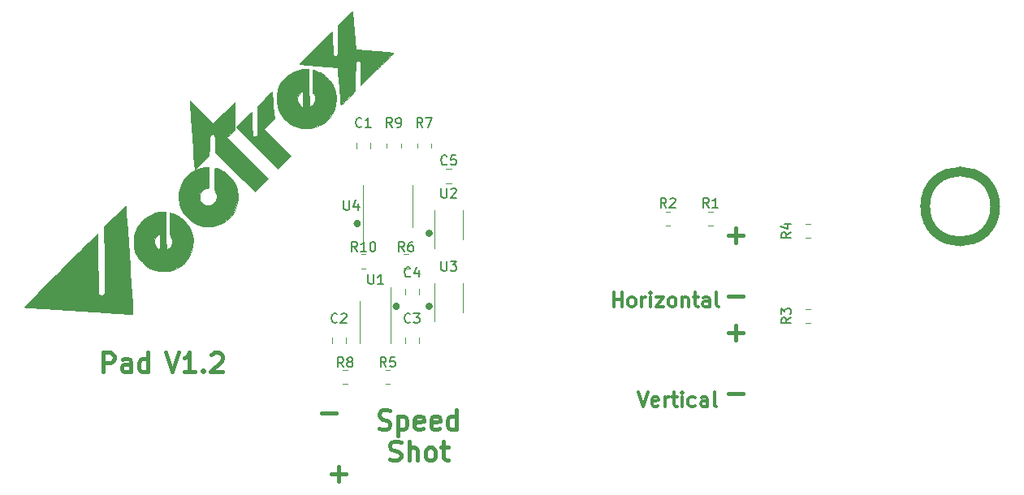
<source format=gbr>
%TF.GenerationSoftware,KiCad,Pcbnew,(6.99.0-1875-gfe1a5267a2)*%
%TF.CreationDate,2022-05-24T16:02:23+02:00*%
%TF.ProjectId,Vectrex Pad miniNeoGeo-rounded,56656374-7265-4782-9050-6164206d696e,1.2*%
%TF.SameCoordinates,Original*%
%TF.FileFunction,Legend,Top*%
%TF.FilePolarity,Positive*%
%FSLAX46Y46*%
G04 Gerber Fmt 4.6, Leading zero omitted, Abs format (unit mm)*
G04 Created by KiCad (PCBNEW (6.99.0-1875-gfe1a5267a2)) date 2022-05-24 16:02:23*
%MOMM*%
%LPD*%
G01*
G04 APERTURE LIST*
%ADD10C,0.800000*%
%ADD11C,0.300000*%
%ADD12C,0.400000*%
%ADD13C,0.150000*%
%ADD14C,0.120000*%
%ADD15C,0.010000*%
%ADD16C,1.000000*%
G04 APERTURE END LIST*
D10*
X135128001Y-78994000D02*
G75*
G03*
X135128001Y-78994000I-1J0D01*
G01*
X131699001Y-86614000D02*
G75*
G03*
X131699001Y-86614000I-1J0D01*
G01*
X127635000Y-77978000D02*
G75*
G03*
X127635000Y-77978000I-1J0D01*
G01*
X135128001Y-86614000D02*
G75*
G03*
X135128001Y-86614000I-1J0D01*
G01*
D11*
X156928858Y-95571071D02*
X157428858Y-97071071D01*
X157428858Y-97071071D02*
X157928858Y-95571071D01*
X159000286Y-96999642D02*
X158857429Y-97071071D01*
X158857429Y-97071071D02*
X158571715Y-97071071D01*
X158571715Y-97071071D02*
X158428857Y-96999642D01*
X158428857Y-96999642D02*
X158357429Y-96856785D01*
X158357429Y-96856785D02*
X158357429Y-96285357D01*
X158357429Y-96285357D02*
X158428857Y-96142500D01*
X158428857Y-96142500D02*
X158571715Y-96071071D01*
X158571715Y-96071071D02*
X158857429Y-96071071D01*
X158857429Y-96071071D02*
X159000286Y-96142500D01*
X159000286Y-96142500D02*
X159071715Y-96285357D01*
X159071715Y-96285357D02*
X159071715Y-96428214D01*
X159071715Y-96428214D02*
X158357429Y-96571071D01*
X159714571Y-97071071D02*
X159714571Y-96071071D01*
X159714571Y-96356785D02*
X159786000Y-96213928D01*
X159786000Y-96213928D02*
X159857429Y-96142500D01*
X159857429Y-96142500D02*
X160000286Y-96071071D01*
X160000286Y-96071071D02*
X160143143Y-96071071D01*
X160428857Y-96071071D02*
X161000285Y-96071071D01*
X160643142Y-95571071D02*
X160643142Y-96856785D01*
X160643142Y-96856785D02*
X160714571Y-96999642D01*
X160714571Y-96999642D02*
X160857428Y-97071071D01*
X160857428Y-97071071D02*
X161000285Y-97071071D01*
X161500285Y-97071071D02*
X161500285Y-96071071D01*
X161500285Y-95571071D02*
X161428857Y-95642500D01*
X161428857Y-95642500D02*
X161500285Y-95713928D01*
X161500285Y-95713928D02*
X161571714Y-95642500D01*
X161571714Y-95642500D02*
X161500285Y-95571071D01*
X161500285Y-95571071D02*
X161500285Y-95713928D01*
X162857429Y-96999642D02*
X162714571Y-97071071D01*
X162714571Y-97071071D02*
X162428857Y-97071071D01*
X162428857Y-97071071D02*
X162286000Y-96999642D01*
X162286000Y-96999642D02*
X162214571Y-96928214D01*
X162214571Y-96928214D02*
X162143143Y-96785357D01*
X162143143Y-96785357D02*
X162143143Y-96356785D01*
X162143143Y-96356785D02*
X162214571Y-96213928D01*
X162214571Y-96213928D02*
X162286000Y-96142500D01*
X162286000Y-96142500D02*
X162428857Y-96071071D01*
X162428857Y-96071071D02*
X162714571Y-96071071D01*
X162714571Y-96071071D02*
X162857429Y-96142500D01*
X164143143Y-97071071D02*
X164143143Y-96285357D01*
X164143143Y-96285357D02*
X164071714Y-96142500D01*
X164071714Y-96142500D02*
X163928857Y-96071071D01*
X163928857Y-96071071D02*
X163643143Y-96071071D01*
X163643143Y-96071071D02*
X163500285Y-96142500D01*
X164143143Y-96999642D02*
X164000285Y-97071071D01*
X164000285Y-97071071D02*
X163643143Y-97071071D01*
X163643143Y-97071071D02*
X163500285Y-96999642D01*
X163500285Y-96999642D02*
X163428857Y-96856785D01*
X163428857Y-96856785D02*
X163428857Y-96713928D01*
X163428857Y-96713928D02*
X163500285Y-96571071D01*
X163500285Y-96571071D02*
X163643143Y-96499642D01*
X163643143Y-96499642D02*
X164000285Y-96499642D01*
X164000285Y-96499642D02*
X164143143Y-96428214D01*
X165071714Y-97071071D02*
X164928857Y-96999642D01*
X164928857Y-96999642D02*
X164857428Y-96856785D01*
X164857428Y-96856785D02*
X164857428Y-95571071D01*
D12*
X101143571Y-93444761D02*
X101143571Y-91444761D01*
X101143571Y-91444761D02*
X101905476Y-91444761D01*
X101905476Y-91444761D02*
X102095952Y-91540000D01*
X102095952Y-91540000D02*
X102191190Y-91635238D01*
X102191190Y-91635238D02*
X102286428Y-91825714D01*
X102286428Y-91825714D02*
X102286428Y-92111428D01*
X102286428Y-92111428D02*
X102191190Y-92301904D01*
X102191190Y-92301904D02*
X102095952Y-92397142D01*
X102095952Y-92397142D02*
X101905476Y-92492380D01*
X101905476Y-92492380D02*
X101143571Y-92492380D01*
X104000714Y-93444761D02*
X104000714Y-92397142D01*
X104000714Y-92397142D02*
X103905476Y-92206666D01*
X103905476Y-92206666D02*
X103715000Y-92111428D01*
X103715000Y-92111428D02*
X103334047Y-92111428D01*
X103334047Y-92111428D02*
X103143571Y-92206666D01*
X104000714Y-93349523D02*
X103810238Y-93444761D01*
X103810238Y-93444761D02*
X103334047Y-93444761D01*
X103334047Y-93444761D02*
X103143571Y-93349523D01*
X103143571Y-93349523D02*
X103048333Y-93159047D01*
X103048333Y-93159047D02*
X103048333Y-92968571D01*
X103048333Y-92968571D02*
X103143571Y-92778095D01*
X103143571Y-92778095D02*
X103334047Y-92682857D01*
X103334047Y-92682857D02*
X103810238Y-92682857D01*
X103810238Y-92682857D02*
X104000714Y-92587619D01*
X105810238Y-93444761D02*
X105810238Y-91444761D01*
X105810238Y-93349523D02*
X105619762Y-93444761D01*
X105619762Y-93444761D02*
X105238809Y-93444761D01*
X105238809Y-93444761D02*
X105048333Y-93349523D01*
X105048333Y-93349523D02*
X104953095Y-93254285D01*
X104953095Y-93254285D02*
X104857857Y-93063809D01*
X104857857Y-93063809D02*
X104857857Y-92492380D01*
X104857857Y-92492380D02*
X104953095Y-92301904D01*
X104953095Y-92301904D02*
X105048333Y-92206666D01*
X105048333Y-92206666D02*
X105238809Y-92111428D01*
X105238809Y-92111428D02*
X105619762Y-92111428D01*
X105619762Y-92111428D02*
X105810238Y-92206666D01*
X107676905Y-91444761D02*
X108343571Y-93444761D01*
X108343571Y-93444761D02*
X109010238Y-91444761D01*
X110724524Y-93444761D02*
X109581667Y-93444761D01*
X110153095Y-93444761D02*
X110153095Y-91444761D01*
X110153095Y-91444761D02*
X109962619Y-91730476D01*
X109962619Y-91730476D02*
X109772143Y-91920952D01*
X109772143Y-91920952D02*
X109581667Y-92016190D01*
X111581667Y-93254285D02*
X111676905Y-93349523D01*
X111676905Y-93349523D02*
X111581667Y-93444761D01*
X111581667Y-93444761D02*
X111486429Y-93349523D01*
X111486429Y-93349523D02*
X111581667Y-93254285D01*
X111581667Y-93254285D02*
X111581667Y-93444761D01*
X112438810Y-91635238D02*
X112534048Y-91540000D01*
X112534048Y-91540000D02*
X112724524Y-91444761D01*
X112724524Y-91444761D02*
X113200715Y-91444761D01*
X113200715Y-91444761D02*
X113391191Y-91540000D01*
X113391191Y-91540000D02*
X113486429Y-91635238D01*
X113486429Y-91635238D02*
X113581667Y-91825714D01*
X113581667Y-91825714D02*
X113581667Y-92016190D01*
X113581667Y-92016190D02*
X113486429Y-92301904D01*
X113486429Y-92301904D02*
X112343572Y-93444761D01*
X112343572Y-93444761D02*
X113581667Y-93444761D01*
X129889761Y-99349523D02*
X130175475Y-99444761D01*
X130175475Y-99444761D02*
X130651666Y-99444761D01*
X130651666Y-99444761D02*
X130842142Y-99349523D01*
X130842142Y-99349523D02*
X130937380Y-99254285D01*
X130937380Y-99254285D02*
X131032618Y-99063809D01*
X131032618Y-99063809D02*
X131032618Y-98873333D01*
X131032618Y-98873333D02*
X130937380Y-98682857D01*
X130937380Y-98682857D02*
X130842142Y-98587619D01*
X130842142Y-98587619D02*
X130651666Y-98492380D01*
X130651666Y-98492380D02*
X130270713Y-98397142D01*
X130270713Y-98397142D02*
X130080237Y-98301904D01*
X130080237Y-98301904D02*
X129984999Y-98206666D01*
X129984999Y-98206666D02*
X129889761Y-98016190D01*
X129889761Y-98016190D02*
X129889761Y-97825714D01*
X129889761Y-97825714D02*
X129984999Y-97635238D01*
X129984999Y-97635238D02*
X130080237Y-97540000D01*
X130080237Y-97540000D02*
X130270713Y-97444761D01*
X130270713Y-97444761D02*
X130746904Y-97444761D01*
X130746904Y-97444761D02*
X131032618Y-97540000D01*
X131889761Y-98111428D02*
X131889761Y-100111428D01*
X131889761Y-98206666D02*
X132080237Y-98111428D01*
X132080237Y-98111428D02*
X132461190Y-98111428D01*
X132461190Y-98111428D02*
X132651666Y-98206666D01*
X132651666Y-98206666D02*
X132746904Y-98301904D01*
X132746904Y-98301904D02*
X132842142Y-98492380D01*
X132842142Y-98492380D02*
X132842142Y-99063809D01*
X132842142Y-99063809D02*
X132746904Y-99254285D01*
X132746904Y-99254285D02*
X132651666Y-99349523D01*
X132651666Y-99349523D02*
X132461190Y-99444761D01*
X132461190Y-99444761D02*
X132080237Y-99444761D01*
X132080237Y-99444761D02*
X131889761Y-99349523D01*
X134461190Y-99349523D02*
X134270714Y-99444761D01*
X134270714Y-99444761D02*
X133889761Y-99444761D01*
X133889761Y-99444761D02*
X133699285Y-99349523D01*
X133699285Y-99349523D02*
X133604047Y-99159047D01*
X133604047Y-99159047D02*
X133604047Y-98397142D01*
X133604047Y-98397142D02*
X133699285Y-98206666D01*
X133699285Y-98206666D02*
X133889761Y-98111428D01*
X133889761Y-98111428D02*
X134270714Y-98111428D01*
X134270714Y-98111428D02*
X134461190Y-98206666D01*
X134461190Y-98206666D02*
X134556428Y-98397142D01*
X134556428Y-98397142D02*
X134556428Y-98587619D01*
X134556428Y-98587619D02*
X133604047Y-98778095D01*
X136175476Y-99349523D02*
X135985000Y-99444761D01*
X135985000Y-99444761D02*
X135604047Y-99444761D01*
X135604047Y-99444761D02*
X135413571Y-99349523D01*
X135413571Y-99349523D02*
X135318333Y-99159047D01*
X135318333Y-99159047D02*
X135318333Y-98397142D01*
X135318333Y-98397142D02*
X135413571Y-98206666D01*
X135413571Y-98206666D02*
X135604047Y-98111428D01*
X135604047Y-98111428D02*
X135985000Y-98111428D01*
X135985000Y-98111428D02*
X136175476Y-98206666D01*
X136175476Y-98206666D02*
X136270714Y-98397142D01*
X136270714Y-98397142D02*
X136270714Y-98587619D01*
X136270714Y-98587619D02*
X135318333Y-98778095D01*
X137985000Y-99444761D02*
X137985000Y-97444761D01*
X137985000Y-99349523D02*
X137794524Y-99444761D01*
X137794524Y-99444761D02*
X137413571Y-99444761D01*
X137413571Y-99444761D02*
X137223095Y-99349523D01*
X137223095Y-99349523D02*
X137127857Y-99254285D01*
X137127857Y-99254285D02*
X137032619Y-99063809D01*
X137032619Y-99063809D02*
X137032619Y-98492380D01*
X137032619Y-98492380D02*
X137127857Y-98301904D01*
X137127857Y-98301904D02*
X137223095Y-98206666D01*
X137223095Y-98206666D02*
X137413571Y-98111428D01*
X137413571Y-98111428D02*
X137794524Y-98111428D01*
X137794524Y-98111428D02*
X137985000Y-98206666D01*
X131032619Y-102589523D02*
X131318333Y-102684761D01*
X131318333Y-102684761D02*
X131794524Y-102684761D01*
X131794524Y-102684761D02*
X131985000Y-102589523D01*
X131985000Y-102589523D02*
X132080238Y-102494285D01*
X132080238Y-102494285D02*
X132175476Y-102303809D01*
X132175476Y-102303809D02*
X132175476Y-102113333D01*
X132175476Y-102113333D02*
X132080238Y-101922857D01*
X132080238Y-101922857D02*
X131985000Y-101827619D01*
X131985000Y-101827619D02*
X131794524Y-101732380D01*
X131794524Y-101732380D02*
X131413571Y-101637142D01*
X131413571Y-101637142D02*
X131223095Y-101541904D01*
X131223095Y-101541904D02*
X131127857Y-101446666D01*
X131127857Y-101446666D02*
X131032619Y-101256190D01*
X131032619Y-101256190D02*
X131032619Y-101065714D01*
X131032619Y-101065714D02*
X131127857Y-100875238D01*
X131127857Y-100875238D02*
X131223095Y-100780000D01*
X131223095Y-100780000D02*
X131413571Y-100684761D01*
X131413571Y-100684761D02*
X131889762Y-100684761D01*
X131889762Y-100684761D02*
X132175476Y-100780000D01*
X133032619Y-102684761D02*
X133032619Y-100684761D01*
X133889762Y-102684761D02*
X133889762Y-101637142D01*
X133889762Y-101637142D02*
X133794524Y-101446666D01*
X133794524Y-101446666D02*
X133604048Y-101351428D01*
X133604048Y-101351428D02*
X133318333Y-101351428D01*
X133318333Y-101351428D02*
X133127857Y-101446666D01*
X133127857Y-101446666D02*
X133032619Y-101541904D01*
X135127857Y-102684761D02*
X134937381Y-102589523D01*
X134937381Y-102589523D02*
X134842143Y-102494285D01*
X134842143Y-102494285D02*
X134746905Y-102303809D01*
X134746905Y-102303809D02*
X134746905Y-101732380D01*
X134746905Y-101732380D02*
X134842143Y-101541904D01*
X134842143Y-101541904D02*
X134937381Y-101446666D01*
X134937381Y-101446666D02*
X135127857Y-101351428D01*
X135127857Y-101351428D02*
X135413572Y-101351428D01*
X135413572Y-101351428D02*
X135604048Y-101446666D01*
X135604048Y-101446666D02*
X135699286Y-101541904D01*
X135699286Y-101541904D02*
X135794524Y-101732380D01*
X135794524Y-101732380D02*
X135794524Y-102303809D01*
X135794524Y-102303809D02*
X135699286Y-102494285D01*
X135699286Y-102494285D02*
X135604048Y-102589523D01*
X135604048Y-102589523D02*
X135413572Y-102684761D01*
X135413572Y-102684761D02*
X135127857Y-102684761D01*
X136365953Y-101351428D02*
X137127857Y-101351428D01*
X136651667Y-100684761D02*
X136651667Y-102399047D01*
X136651667Y-102399047D02*
X136746905Y-102589523D01*
X136746905Y-102589523D02*
X136937381Y-102684761D01*
X136937381Y-102684761D02*
X137127857Y-102684761D01*
X166370095Y-85570857D02*
X167893905Y-85570857D01*
X123952095Y-97762857D02*
X125475905Y-97762857D01*
X124968095Y-104112857D02*
X126491905Y-104112857D01*
X125730000Y-104874761D02*
X125730000Y-103350952D01*
D11*
X154373142Y-86657071D02*
X154373142Y-85157071D01*
X154373142Y-85871357D02*
X155230285Y-85871357D01*
X155230285Y-86657071D02*
X155230285Y-85157071D01*
X156158857Y-86657071D02*
X156016000Y-86585642D01*
X156016000Y-86585642D02*
X155944571Y-86514214D01*
X155944571Y-86514214D02*
X155873143Y-86371357D01*
X155873143Y-86371357D02*
X155873143Y-85942785D01*
X155873143Y-85942785D02*
X155944571Y-85799928D01*
X155944571Y-85799928D02*
X156016000Y-85728500D01*
X156016000Y-85728500D02*
X156158857Y-85657071D01*
X156158857Y-85657071D02*
X156373143Y-85657071D01*
X156373143Y-85657071D02*
X156516000Y-85728500D01*
X156516000Y-85728500D02*
X156587429Y-85799928D01*
X156587429Y-85799928D02*
X156658857Y-85942785D01*
X156658857Y-85942785D02*
X156658857Y-86371357D01*
X156658857Y-86371357D02*
X156587429Y-86514214D01*
X156587429Y-86514214D02*
X156516000Y-86585642D01*
X156516000Y-86585642D02*
X156373143Y-86657071D01*
X156373143Y-86657071D02*
X156158857Y-86657071D01*
X157301714Y-86657071D02*
X157301714Y-85657071D01*
X157301714Y-85942785D02*
X157373143Y-85799928D01*
X157373143Y-85799928D02*
X157444572Y-85728500D01*
X157444572Y-85728500D02*
X157587429Y-85657071D01*
X157587429Y-85657071D02*
X157730286Y-85657071D01*
X158230285Y-86657071D02*
X158230285Y-85657071D01*
X158230285Y-85157071D02*
X158158857Y-85228500D01*
X158158857Y-85228500D02*
X158230285Y-85299928D01*
X158230285Y-85299928D02*
X158301714Y-85228500D01*
X158301714Y-85228500D02*
X158230285Y-85157071D01*
X158230285Y-85157071D02*
X158230285Y-85299928D01*
X158801714Y-85657071D02*
X159587429Y-85657071D01*
X159587429Y-85657071D02*
X158801714Y-86657071D01*
X158801714Y-86657071D02*
X159587429Y-86657071D01*
X160373143Y-86657071D02*
X160230286Y-86585642D01*
X160230286Y-86585642D02*
X160158857Y-86514214D01*
X160158857Y-86514214D02*
X160087429Y-86371357D01*
X160087429Y-86371357D02*
X160087429Y-85942785D01*
X160087429Y-85942785D02*
X160158857Y-85799928D01*
X160158857Y-85799928D02*
X160230286Y-85728500D01*
X160230286Y-85728500D02*
X160373143Y-85657071D01*
X160373143Y-85657071D02*
X160587429Y-85657071D01*
X160587429Y-85657071D02*
X160730286Y-85728500D01*
X160730286Y-85728500D02*
X160801715Y-85799928D01*
X160801715Y-85799928D02*
X160873143Y-85942785D01*
X160873143Y-85942785D02*
X160873143Y-86371357D01*
X160873143Y-86371357D02*
X160801715Y-86514214D01*
X160801715Y-86514214D02*
X160730286Y-86585642D01*
X160730286Y-86585642D02*
X160587429Y-86657071D01*
X160587429Y-86657071D02*
X160373143Y-86657071D01*
X161516000Y-85657071D02*
X161516000Y-86657071D01*
X161516000Y-85799928D02*
X161587429Y-85728500D01*
X161587429Y-85728500D02*
X161730286Y-85657071D01*
X161730286Y-85657071D02*
X161944572Y-85657071D01*
X161944572Y-85657071D02*
X162087429Y-85728500D01*
X162087429Y-85728500D02*
X162158858Y-85871357D01*
X162158858Y-85871357D02*
X162158858Y-86657071D01*
X162658858Y-85657071D02*
X163230286Y-85657071D01*
X162873143Y-85157071D02*
X162873143Y-86442785D01*
X162873143Y-86442785D02*
X162944572Y-86585642D01*
X162944572Y-86585642D02*
X163087429Y-86657071D01*
X163087429Y-86657071D02*
X163230286Y-86657071D01*
X164373144Y-86657071D02*
X164373144Y-85871357D01*
X164373144Y-85871357D02*
X164301715Y-85728500D01*
X164301715Y-85728500D02*
X164158858Y-85657071D01*
X164158858Y-85657071D02*
X163873144Y-85657071D01*
X163873144Y-85657071D02*
X163730286Y-85728500D01*
X164373144Y-86585642D02*
X164230286Y-86657071D01*
X164230286Y-86657071D02*
X163873144Y-86657071D01*
X163873144Y-86657071D02*
X163730286Y-86585642D01*
X163730286Y-86585642D02*
X163658858Y-86442785D01*
X163658858Y-86442785D02*
X163658858Y-86299928D01*
X163658858Y-86299928D02*
X163730286Y-86157071D01*
X163730286Y-86157071D02*
X163873144Y-86085642D01*
X163873144Y-86085642D02*
X164230286Y-86085642D01*
X164230286Y-86085642D02*
X164373144Y-86014214D01*
X165301715Y-86657071D02*
X165158858Y-86585642D01*
X165158858Y-86585642D02*
X165087429Y-86442785D01*
X165087429Y-86442785D02*
X165087429Y-85157071D01*
D12*
X166370095Y-89380857D02*
X167893905Y-89380857D01*
X167132000Y-90142761D02*
X167132000Y-88618952D01*
X166370095Y-79220857D02*
X167893905Y-79220857D01*
X167132000Y-79982761D02*
X167132000Y-78458952D01*
X166370095Y-95730857D02*
X167893905Y-95730857D01*
D13*
%TO.C,R6*%
X132548333Y-80885380D02*
X132215000Y-80409190D01*
X131976905Y-80885380D02*
X131976905Y-79885380D01*
X131976905Y-79885380D02*
X132357857Y-79885380D01*
X132357857Y-79885380D02*
X132453095Y-79933000D01*
X132453095Y-79933000D02*
X132500714Y-79980619D01*
X132500714Y-79980619D02*
X132548333Y-80075857D01*
X132548333Y-80075857D02*
X132548333Y-80218714D01*
X132548333Y-80218714D02*
X132500714Y-80313952D01*
X132500714Y-80313952D02*
X132453095Y-80361571D01*
X132453095Y-80361571D02*
X132357857Y-80409190D01*
X132357857Y-80409190D02*
X131976905Y-80409190D01*
X133405476Y-79885380D02*
X133215000Y-79885380D01*
X133215000Y-79885380D02*
X133119762Y-79933000D01*
X133119762Y-79933000D02*
X133072143Y-79980619D01*
X133072143Y-79980619D02*
X132976905Y-80123476D01*
X132976905Y-80123476D02*
X132929286Y-80313952D01*
X132929286Y-80313952D02*
X132929286Y-80694904D01*
X132929286Y-80694904D02*
X132976905Y-80790142D01*
X132976905Y-80790142D02*
X133024524Y-80837761D01*
X133024524Y-80837761D02*
X133119762Y-80885380D01*
X133119762Y-80885380D02*
X133310238Y-80885380D01*
X133310238Y-80885380D02*
X133405476Y-80837761D01*
X133405476Y-80837761D02*
X133453095Y-80790142D01*
X133453095Y-80790142D02*
X133500714Y-80694904D01*
X133500714Y-80694904D02*
X133500714Y-80456809D01*
X133500714Y-80456809D02*
X133453095Y-80361571D01*
X133453095Y-80361571D02*
X133405476Y-80313952D01*
X133405476Y-80313952D02*
X133310238Y-80266333D01*
X133310238Y-80266333D02*
X133119762Y-80266333D01*
X133119762Y-80266333D02*
X133024524Y-80313952D01*
X133024524Y-80313952D02*
X132976905Y-80361571D01*
X132976905Y-80361571D02*
X132929286Y-80456809D01*
%TO.C,C3*%
X133183333Y-88257742D02*
X133135714Y-88305361D01*
X133135714Y-88305361D02*
X132992857Y-88352980D01*
X132992857Y-88352980D02*
X132897619Y-88352980D01*
X132897619Y-88352980D02*
X132754762Y-88305361D01*
X132754762Y-88305361D02*
X132659524Y-88210123D01*
X132659524Y-88210123D02*
X132611905Y-88114885D01*
X132611905Y-88114885D02*
X132564286Y-87924409D01*
X132564286Y-87924409D02*
X132564286Y-87781552D01*
X132564286Y-87781552D02*
X132611905Y-87591076D01*
X132611905Y-87591076D02*
X132659524Y-87495838D01*
X132659524Y-87495838D02*
X132754762Y-87400600D01*
X132754762Y-87400600D02*
X132897619Y-87352980D01*
X132897619Y-87352980D02*
X132992857Y-87352980D01*
X132992857Y-87352980D02*
X133135714Y-87400600D01*
X133135714Y-87400600D02*
X133183333Y-87448219D01*
X133516667Y-87352980D02*
X134135714Y-87352980D01*
X134135714Y-87352980D02*
X133802381Y-87733933D01*
X133802381Y-87733933D02*
X133945238Y-87733933D01*
X133945238Y-87733933D02*
X134040476Y-87781552D01*
X134040476Y-87781552D02*
X134088095Y-87829171D01*
X134088095Y-87829171D02*
X134135714Y-87924409D01*
X134135714Y-87924409D02*
X134135714Y-88162504D01*
X134135714Y-88162504D02*
X134088095Y-88257742D01*
X134088095Y-88257742D02*
X134040476Y-88305361D01*
X134040476Y-88305361D02*
X133945238Y-88352980D01*
X133945238Y-88352980D02*
X133659524Y-88352980D01*
X133659524Y-88352980D02*
X133564286Y-88305361D01*
X133564286Y-88305361D02*
X133516667Y-88257742D01*
%TO.C,U2*%
X136398095Y-74297380D02*
X136398095Y-75106904D01*
X136398095Y-75106904D02*
X136445714Y-75202142D01*
X136445714Y-75202142D02*
X136493333Y-75249761D01*
X136493333Y-75249761D02*
X136588571Y-75297380D01*
X136588571Y-75297380D02*
X136779047Y-75297380D01*
X136779047Y-75297380D02*
X136874285Y-75249761D01*
X136874285Y-75249761D02*
X136921904Y-75202142D01*
X136921904Y-75202142D02*
X136969523Y-75106904D01*
X136969523Y-75106904D02*
X136969523Y-74297380D01*
X137398095Y-74392619D02*
X137445714Y-74345000D01*
X137445714Y-74345000D02*
X137540952Y-74297380D01*
X137540952Y-74297380D02*
X137779047Y-74297380D01*
X137779047Y-74297380D02*
X137874285Y-74345000D01*
X137874285Y-74345000D02*
X137921904Y-74392619D01*
X137921904Y-74392619D02*
X137969523Y-74487857D01*
X137969523Y-74487857D02*
X137969523Y-74583095D01*
X137969523Y-74583095D02*
X137921904Y-74725952D01*
X137921904Y-74725952D02*
X137350476Y-75297380D01*
X137350476Y-75297380D02*
X137969523Y-75297380D01*
%TO.C,R8*%
X126198333Y-92950380D02*
X125865000Y-92474190D01*
X125626905Y-92950380D02*
X125626905Y-91950380D01*
X125626905Y-91950380D02*
X126007857Y-91950380D01*
X126007857Y-91950380D02*
X126103095Y-91998000D01*
X126103095Y-91998000D02*
X126150714Y-92045619D01*
X126150714Y-92045619D02*
X126198333Y-92140857D01*
X126198333Y-92140857D02*
X126198333Y-92283714D01*
X126198333Y-92283714D02*
X126150714Y-92378952D01*
X126150714Y-92378952D02*
X126103095Y-92426571D01*
X126103095Y-92426571D02*
X126007857Y-92474190D01*
X126007857Y-92474190D02*
X125626905Y-92474190D01*
X126769762Y-92378952D02*
X126674524Y-92331333D01*
X126674524Y-92331333D02*
X126626905Y-92283714D01*
X126626905Y-92283714D02*
X126579286Y-92188476D01*
X126579286Y-92188476D02*
X126579286Y-92140857D01*
X126579286Y-92140857D02*
X126626905Y-92045619D01*
X126626905Y-92045619D02*
X126674524Y-91998000D01*
X126674524Y-91998000D02*
X126769762Y-91950380D01*
X126769762Y-91950380D02*
X126960238Y-91950380D01*
X126960238Y-91950380D02*
X127055476Y-91998000D01*
X127055476Y-91998000D02*
X127103095Y-92045619D01*
X127103095Y-92045619D02*
X127150714Y-92140857D01*
X127150714Y-92140857D02*
X127150714Y-92188476D01*
X127150714Y-92188476D02*
X127103095Y-92283714D01*
X127103095Y-92283714D02*
X127055476Y-92331333D01*
X127055476Y-92331333D02*
X126960238Y-92378952D01*
X126960238Y-92378952D02*
X126769762Y-92378952D01*
X126769762Y-92378952D02*
X126674524Y-92426571D01*
X126674524Y-92426571D02*
X126626905Y-92474190D01*
X126626905Y-92474190D02*
X126579286Y-92569428D01*
X126579286Y-92569428D02*
X126579286Y-92759904D01*
X126579286Y-92759904D02*
X126626905Y-92855142D01*
X126626905Y-92855142D02*
X126674524Y-92902761D01*
X126674524Y-92902761D02*
X126769762Y-92950380D01*
X126769762Y-92950380D02*
X126960238Y-92950380D01*
X126960238Y-92950380D02*
X127055476Y-92902761D01*
X127055476Y-92902761D02*
X127103095Y-92855142D01*
X127103095Y-92855142D02*
X127150714Y-92759904D01*
X127150714Y-92759904D02*
X127150714Y-92569428D01*
X127150714Y-92569428D02*
X127103095Y-92474190D01*
X127103095Y-92474190D02*
X127055476Y-92426571D01*
X127055476Y-92426571D02*
X126960238Y-92378952D01*
%TO.C,R2*%
X159853333Y-76313380D02*
X159520000Y-75837190D01*
X159281905Y-76313380D02*
X159281905Y-75313380D01*
X159281905Y-75313380D02*
X159662857Y-75313380D01*
X159662857Y-75313380D02*
X159758095Y-75361000D01*
X159758095Y-75361000D02*
X159805714Y-75408619D01*
X159805714Y-75408619D02*
X159853333Y-75503857D01*
X159853333Y-75503857D02*
X159853333Y-75646714D01*
X159853333Y-75646714D02*
X159805714Y-75741952D01*
X159805714Y-75741952D02*
X159758095Y-75789571D01*
X159758095Y-75789571D02*
X159662857Y-75837190D01*
X159662857Y-75837190D02*
X159281905Y-75837190D01*
X160234286Y-75408619D02*
X160281905Y-75361000D01*
X160281905Y-75361000D02*
X160377143Y-75313380D01*
X160377143Y-75313380D02*
X160615238Y-75313380D01*
X160615238Y-75313380D02*
X160710476Y-75361000D01*
X160710476Y-75361000D02*
X160758095Y-75408619D01*
X160758095Y-75408619D02*
X160805714Y-75503857D01*
X160805714Y-75503857D02*
X160805714Y-75599095D01*
X160805714Y-75599095D02*
X160758095Y-75741952D01*
X160758095Y-75741952D02*
X160186667Y-76313380D01*
X160186667Y-76313380D02*
X160805714Y-76313380D01*
%TO.C,R10*%
X127627142Y-80885380D02*
X127293809Y-80409190D01*
X127055714Y-80885380D02*
X127055714Y-79885380D01*
X127055714Y-79885380D02*
X127436666Y-79885380D01*
X127436666Y-79885380D02*
X127531904Y-79933000D01*
X127531904Y-79933000D02*
X127579523Y-79980619D01*
X127579523Y-79980619D02*
X127627142Y-80075857D01*
X127627142Y-80075857D02*
X127627142Y-80218714D01*
X127627142Y-80218714D02*
X127579523Y-80313952D01*
X127579523Y-80313952D02*
X127531904Y-80361571D01*
X127531904Y-80361571D02*
X127436666Y-80409190D01*
X127436666Y-80409190D02*
X127055714Y-80409190D01*
X128579523Y-80885380D02*
X128008095Y-80885380D01*
X128293809Y-80885380D02*
X128293809Y-79885380D01*
X128293809Y-79885380D02*
X128198571Y-80028238D01*
X128198571Y-80028238D02*
X128103333Y-80123476D01*
X128103333Y-80123476D02*
X128008095Y-80171095D01*
X129198571Y-79885380D02*
X129293809Y-79885380D01*
X129293809Y-79885380D02*
X129389047Y-79933000D01*
X129389047Y-79933000D02*
X129436666Y-79980619D01*
X129436666Y-79980619D02*
X129484285Y-80075857D01*
X129484285Y-80075857D02*
X129531904Y-80266333D01*
X129531904Y-80266333D02*
X129531904Y-80504428D01*
X129531904Y-80504428D02*
X129484285Y-80694904D01*
X129484285Y-80694904D02*
X129436666Y-80790142D01*
X129436666Y-80790142D02*
X129389047Y-80837761D01*
X129389047Y-80837761D02*
X129293809Y-80885380D01*
X129293809Y-80885380D02*
X129198571Y-80885380D01*
X129198571Y-80885380D02*
X129103333Y-80837761D01*
X129103333Y-80837761D02*
X129055714Y-80790142D01*
X129055714Y-80790142D02*
X129008095Y-80694904D01*
X129008095Y-80694904D02*
X128960476Y-80504428D01*
X128960476Y-80504428D02*
X128960476Y-80266333D01*
X128960476Y-80266333D02*
X129008095Y-80075857D01*
X129008095Y-80075857D02*
X129055714Y-79980619D01*
X129055714Y-79980619D02*
X129103333Y-79933000D01*
X129103333Y-79933000D02*
X129198571Y-79885380D01*
%TO.C,R4*%
X172833380Y-78906666D02*
X172357190Y-79239999D01*
X172833380Y-79478094D02*
X171833380Y-79478094D01*
X171833380Y-79478094D02*
X171833380Y-79097142D01*
X171833380Y-79097142D02*
X171881000Y-79001904D01*
X171881000Y-79001904D02*
X171928619Y-78954285D01*
X171928619Y-78954285D02*
X172023857Y-78906666D01*
X172023857Y-78906666D02*
X172166714Y-78906666D01*
X172166714Y-78906666D02*
X172261952Y-78954285D01*
X172261952Y-78954285D02*
X172309571Y-79001904D01*
X172309571Y-79001904D02*
X172357190Y-79097142D01*
X172357190Y-79097142D02*
X172357190Y-79478094D01*
X172166714Y-78049523D02*
X172833380Y-78049523D01*
X171785761Y-78287618D02*
X172500047Y-78525713D01*
X172500047Y-78525713D02*
X172500047Y-77906666D01*
%TO.C,C2*%
X125563333Y-88257742D02*
X125515714Y-88305361D01*
X125515714Y-88305361D02*
X125372857Y-88352980D01*
X125372857Y-88352980D02*
X125277619Y-88352980D01*
X125277619Y-88352980D02*
X125134762Y-88305361D01*
X125134762Y-88305361D02*
X125039524Y-88210123D01*
X125039524Y-88210123D02*
X124991905Y-88114885D01*
X124991905Y-88114885D02*
X124944286Y-87924409D01*
X124944286Y-87924409D02*
X124944286Y-87781552D01*
X124944286Y-87781552D02*
X124991905Y-87591076D01*
X124991905Y-87591076D02*
X125039524Y-87495838D01*
X125039524Y-87495838D02*
X125134762Y-87400600D01*
X125134762Y-87400600D02*
X125277619Y-87352980D01*
X125277619Y-87352980D02*
X125372857Y-87352980D01*
X125372857Y-87352980D02*
X125515714Y-87400600D01*
X125515714Y-87400600D02*
X125563333Y-87448219D01*
X125944286Y-87448219D02*
X125991905Y-87400600D01*
X125991905Y-87400600D02*
X126087143Y-87352980D01*
X126087143Y-87352980D02*
X126325238Y-87352980D01*
X126325238Y-87352980D02*
X126420476Y-87400600D01*
X126420476Y-87400600D02*
X126468095Y-87448219D01*
X126468095Y-87448219D02*
X126515714Y-87543457D01*
X126515714Y-87543457D02*
X126515714Y-87638695D01*
X126515714Y-87638695D02*
X126468095Y-87781552D01*
X126468095Y-87781552D02*
X125896667Y-88352980D01*
X125896667Y-88352980D02*
X126515714Y-88352980D01*
%TO.C,R3*%
X172833380Y-87796666D02*
X172357190Y-88129999D01*
X172833380Y-88368094D02*
X171833380Y-88368094D01*
X171833380Y-88368094D02*
X171833380Y-87987142D01*
X171833380Y-87987142D02*
X171881000Y-87891904D01*
X171881000Y-87891904D02*
X171928619Y-87844285D01*
X171928619Y-87844285D02*
X172023857Y-87796666D01*
X172023857Y-87796666D02*
X172166714Y-87796666D01*
X172166714Y-87796666D02*
X172261952Y-87844285D01*
X172261952Y-87844285D02*
X172309571Y-87891904D01*
X172309571Y-87891904D02*
X172357190Y-87987142D01*
X172357190Y-87987142D02*
X172357190Y-88368094D01*
X171833380Y-87463332D02*
X171833380Y-86844285D01*
X171833380Y-86844285D02*
X172214333Y-87177618D01*
X172214333Y-87177618D02*
X172214333Y-87034761D01*
X172214333Y-87034761D02*
X172261952Y-86939523D01*
X172261952Y-86939523D02*
X172309571Y-86891904D01*
X172309571Y-86891904D02*
X172404809Y-86844285D01*
X172404809Y-86844285D02*
X172642904Y-86844285D01*
X172642904Y-86844285D02*
X172738142Y-86891904D01*
X172738142Y-86891904D02*
X172785761Y-86939523D01*
X172785761Y-86939523D02*
X172833380Y-87034761D01*
X172833380Y-87034761D02*
X172833380Y-87320475D01*
X172833380Y-87320475D02*
X172785761Y-87415713D01*
X172785761Y-87415713D02*
X172738142Y-87463332D01*
%TO.C,R7*%
X134453333Y-67931380D02*
X134120000Y-67455190D01*
X133881905Y-67931380D02*
X133881905Y-66931380D01*
X133881905Y-66931380D02*
X134262857Y-66931380D01*
X134262857Y-66931380D02*
X134358095Y-66979000D01*
X134358095Y-66979000D02*
X134405714Y-67026619D01*
X134405714Y-67026619D02*
X134453333Y-67121857D01*
X134453333Y-67121857D02*
X134453333Y-67264714D01*
X134453333Y-67264714D02*
X134405714Y-67359952D01*
X134405714Y-67359952D02*
X134358095Y-67407571D01*
X134358095Y-67407571D02*
X134262857Y-67455190D01*
X134262857Y-67455190D02*
X133881905Y-67455190D01*
X134786667Y-66931380D02*
X135453333Y-66931380D01*
X135453333Y-66931380D02*
X135024762Y-67931380D01*
%TO.C,R9*%
X131278333Y-67931380D02*
X130945000Y-67455190D01*
X130706905Y-67931380D02*
X130706905Y-66931380D01*
X130706905Y-66931380D02*
X131087857Y-66931380D01*
X131087857Y-66931380D02*
X131183095Y-66979000D01*
X131183095Y-66979000D02*
X131230714Y-67026619D01*
X131230714Y-67026619D02*
X131278333Y-67121857D01*
X131278333Y-67121857D02*
X131278333Y-67264714D01*
X131278333Y-67264714D02*
X131230714Y-67359952D01*
X131230714Y-67359952D02*
X131183095Y-67407571D01*
X131183095Y-67407571D02*
X131087857Y-67455190D01*
X131087857Y-67455190D02*
X130706905Y-67455190D01*
X131754524Y-67931380D02*
X131945000Y-67931380D01*
X131945000Y-67931380D02*
X132040238Y-67883761D01*
X132040238Y-67883761D02*
X132087857Y-67836142D01*
X132087857Y-67836142D02*
X132183095Y-67693285D01*
X132183095Y-67693285D02*
X132230714Y-67502809D01*
X132230714Y-67502809D02*
X132230714Y-67121857D01*
X132230714Y-67121857D02*
X132183095Y-67026619D01*
X132183095Y-67026619D02*
X132135476Y-66979000D01*
X132135476Y-66979000D02*
X132040238Y-66931380D01*
X132040238Y-66931380D02*
X131849762Y-66931380D01*
X131849762Y-66931380D02*
X131754524Y-66979000D01*
X131754524Y-66979000D02*
X131706905Y-67026619D01*
X131706905Y-67026619D02*
X131659286Y-67121857D01*
X131659286Y-67121857D02*
X131659286Y-67359952D01*
X131659286Y-67359952D02*
X131706905Y-67455190D01*
X131706905Y-67455190D02*
X131754524Y-67502809D01*
X131754524Y-67502809D02*
X131849762Y-67550428D01*
X131849762Y-67550428D02*
X132040238Y-67550428D01*
X132040238Y-67550428D02*
X132135476Y-67502809D01*
X132135476Y-67502809D02*
X132183095Y-67455190D01*
X132183095Y-67455190D02*
X132230714Y-67359952D01*
%TO.C,R1*%
X164298333Y-76313380D02*
X163965000Y-75837190D01*
X163726905Y-76313380D02*
X163726905Y-75313380D01*
X163726905Y-75313380D02*
X164107857Y-75313380D01*
X164107857Y-75313380D02*
X164203095Y-75361000D01*
X164203095Y-75361000D02*
X164250714Y-75408619D01*
X164250714Y-75408619D02*
X164298333Y-75503857D01*
X164298333Y-75503857D02*
X164298333Y-75646714D01*
X164298333Y-75646714D02*
X164250714Y-75741952D01*
X164250714Y-75741952D02*
X164203095Y-75789571D01*
X164203095Y-75789571D02*
X164107857Y-75837190D01*
X164107857Y-75837190D02*
X163726905Y-75837190D01*
X165250714Y-76313380D02*
X164679286Y-76313380D01*
X164965000Y-76313380D02*
X164965000Y-75313380D01*
X164965000Y-75313380D02*
X164869762Y-75456238D01*
X164869762Y-75456238D02*
X164774524Y-75551476D01*
X164774524Y-75551476D02*
X164679286Y-75599095D01*
%TO.C,U4*%
X126238095Y-75567380D02*
X126238095Y-76376904D01*
X126238095Y-76376904D02*
X126285714Y-76472142D01*
X126285714Y-76472142D02*
X126333333Y-76519761D01*
X126333333Y-76519761D02*
X126428571Y-76567380D01*
X126428571Y-76567380D02*
X126619047Y-76567380D01*
X126619047Y-76567380D02*
X126714285Y-76519761D01*
X126714285Y-76519761D02*
X126761904Y-76472142D01*
X126761904Y-76472142D02*
X126809523Y-76376904D01*
X126809523Y-76376904D02*
X126809523Y-75567380D01*
X127714285Y-75900714D02*
X127714285Y-76567380D01*
X127476190Y-75519761D02*
X127238095Y-76234047D01*
X127238095Y-76234047D02*
X127857142Y-76234047D01*
%TO.C,U3*%
X136398095Y-81917380D02*
X136398095Y-82726904D01*
X136398095Y-82726904D02*
X136445714Y-82822142D01*
X136445714Y-82822142D02*
X136493333Y-82869761D01*
X136493333Y-82869761D02*
X136588571Y-82917380D01*
X136588571Y-82917380D02*
X136779047Y-82917380D01*
X136779047Y-82917380D02*
X136874285Y-82869761D01*
X136874285Y-82869761D02*
X136921904Y-82822142D01*
X136921904Y-82822142D02*
X136969523Y-82726904D01*
X136969523Y-82726904D02*
X136969523Y-81917380D01*
X137350476Y-81917380D02*
X137969523Y-81917380D01*
X137969523Y-81917380D02*
X137636190Y-82298333D01*
X137636190Y-82298333D02*
X137779047Y-82298333D01*
X137779047Y-82298333D02*
X137874285Y-82345952D01*
X137874285Y-82345952D02*
X137921904Y-82393571D01*
X137921904Y-82393571D02*
X137969523Y-82488809D01*
X137969523Y-82488809D02*
X137969523Y-82726904D01*
X137969523Y-82726904D02*
X137921904Y-82822142D01*
X137921904Y-82822142D02*
X137874285Y-82869761D01*
X137874285Y-82869761D02*
X137779047Y-82917380D01*
X137779047Y-82917380D02*
X137493333Y-82917380D01*
X137493333Y-82917380D02*
X137398095Y-82869761D01*
X137398095Y-82869761D02*
X137350476Y-82822142D01*
%TO.C,U1*%
X128778095Y-83288980D02*
X128778095Y-84098504D01*
X128778095Y-84098504D02*
X128825714Y-84193742D01*
X128825714Y-84193742D02*
X128873333Y-84241361D01*
X128873333Y-84241361D02*
X128968571Y-84288980D01*
X128968571Y-84288980D02*
X129159047Y-84288980D01*
X129159047Y-84288980D02*
X129254285Y-84241361D01*
X129254285Y-84241361D02*
X129301904Y-84193742D01*
X129301904Y-84193742D02*
X129349523Y-84098504D01*
X129349523Y-84098504D02*
X129349523Y-83288980D01*
X130349523Y-84288980D02*
X129778095Y-84288980D01*
X130063809Y-84288980D02*
X130063809Y-83288980D01*
X130063809Y-83288980D02*
X129968571Y-83431838D01*
X129968571Y-83431838D02*
X129873333Y-83527076D01*
X129873333Y-83527076D02*
X129778095Y-83574695D01*
%TO.C,C4*%
X133183333Y-83457142D02*
X133135714Y-83504761D01*
X133135714Y-83504761D02*
X132992857Y-83552380D01*
X132992857Y-83552380D02*
X132897619Y-83552380D01*
X132897619Y-83552380D02*
X132754762Y-83504761D01*
X132754762Y-83504761D02*
X132659524Y-83409523D01*
X132659524Y-83409523D02*
X132611905Y-83314285D01*
X132611905Y-83314285D02*
X132564286Y-83123809D01*
X132564286Y-83123809D02*
X132564286Y-82980952D01*
X132564286Y-82980952D02*
X132611905Y-82790476D01*
X132611905Y-82790476D02*
X132659524Y-82695238D01*
X132659524Y-82695238D02*
X132754762Y-82600000D01*
X132754762Y-82600000D02*
X132897619Y-82552380D01*
X132897619Y-82552380D02*
X132992857Y-82552380D01*
X132992857Y-82552380D02*
X133135714Y-82600000D01*
X133135714Y-82600000D02*
X133183333Y-82647619D01*
X134040476Y-82885714D02*
X134040476Y-83552380D01*
X133802381Y-82504761D02*
X133564286Y-83219047D01*
X133564286Y-83219047D02*
X134183333Y-83219047D01*
%TO.C,C5*%
X136993333Y-71773142D02*
X136945714Y-71820761D01*
X136945714Y-71820761D02*
X136802857Y-71868380D01*
X136802857Y-71868380D02*
X136707619Y-71868380D01*
X136707619Y-71868380D02*
X136564762Y-71820761D01*
X136564762Y-71820761D02*
X136469524Y-71725523D01*
X136469524Y-71725523D02*
X136421905Y-71630285D01*
X136421905Y-71630285D02*
X136374286Y-71439809D01*
X136374286Y-71439809D02*
X136374286Y-71296952D01*
X136374286Y-71296952D02*
X136421905Y-71106476D01*
X136421905Y-71106476D02*
X136469524Y-71011238D01*
X136469524Y-71011238D02*
X136564762Y-70916000D01*
X136564762Y-70916000D02*
X136707619Y-70868380D01*
X136707619Y-70868380D02*
X136802857Y-70868380D01*
X136802857Y-70868380D02*
X136945714Y-70916000D01*
X136945714Y-70916000D02*
X136993333Y-70963619D01*
X137898095Y-70868380D02*
X137421905Y-70868380D01*
X137421905Y-70868380D02*
X137374286Y-71344571D01*
X137374286Y-71344571D02*
X137421905Y-71296952D01*
X137421905Y-71296952D02*
X137517143Y-71249333D01*
X137517143Y-71249333D02*
X137755238Y-71249333D01*
X137755238Y-71249333D02*
X137850476Y-71296952D01*
X137850476Y-71296952D02*
X137898095Y-71344571D01*
X137898095Y-71344571D02*
X137945714Y-71439809D01*
X137945714Y-71439809D02*
X137945714Y-71677904D01*
X137945714Y-71677904D02*
X137898095Y-71773142D01*
X137898095Y-71773142D02*
X137850476Y-71820761D01*
X137850476Y-71820761D02*
X137755238Y-71868380D01*
X137755238Y-71868380D02*
X137517143Y-71868380D01*
X137517143Y-71868380D02*
X137421905Y-71820761D01*
X137421905Y-71820761D02*
X137374286Y-71773142D01*
%TO.C,C1*%
X128103333Y-67836142D02*
X128055714Y-67883761D01*
X128055714Y-67883761D02*
X127912857Y-67931380D01*
X127912857Y-67931380D02*
X127817619Y-67931380D01*
X127817619Y-67931380D02*
X127674762Y-67883761D01*
X127674762Y-67883761D02*
X127579524Y-67788523D01*
X127579524Y-67788523D02*
X127531905Y-67693285D01*
X127531905Y-67693285D02*
X127484286Y-67502809D01*
X127484286Y-67502809D02*
X127484286Y-67359952D01*
X127484286Y-67359952D02*
X127531905Y-67169476D01*
X127531905Y-67169476D02*
X127579524Y-67074238D01*
X127579524Y-67074238D02*
X127674762Y-66979000D01*
X127674762Y-66979000D02*
X127817619Y-66931380D01*
X127817619Y-66931380D02*
X127912857Y-66931380D01*
X127912857Y-66931380D02*
X128055714Y-66979000D01*
X128055714Y-66979000D02*
X128103333Y-67026619D01*
X129055714Y-67931380D02*
X128484286Y-67931380D01*
X128770000Y-67931380D02*
X128770000Y-66931380D01*
X128770000Y-66931380D02*
X128674762Y-67074238D01*
X128674762Y-67074238D02*
X128579524Y-67169476D01*
X128579524Y-67169476D02*
X128484286Y-67217095D01*
%TO.C,R5*%
X130643333Y-92924980D02*
X130310000Y-92448790D01*
X130071905Y-92924980D02*
X130071905Y-91924980D01*
X130071905Y-91924980D02*
X130452857Y-91924980D01*
X130452857Y-91924980D02*
X130548095Y-91972600D01*
X130548095Y-91972600D02*
X130595714Y-92020219D01*
X130595714Y-92020219D02*
X130643333Y-92115457D01*
X130643333Y-92115457D02*
X130643333Y-92258314D01*
X130643333Y-92258314D02*
X130595714Y-92353552D01*
X130595714Y-92353552D02*
X130548095Y-92401171D01*
X130548095Y-92401171D02*
X130452857Y-92448790D01*
X130452857Y-92448790D02*
X130071905Y-92448790D01*
X131548095Y-91924980D02*
X131071905Y-91924980D01*
X131071905Y-91924980D02*
X131024286Y-92401171D01*
X131024286Y-92401171D02*
X131071905Y-92353552D01*
X131071905Y-92353552D02*
X131167143Y-92305933D01*
X131167143Y-92305933D02*
X131405238Y-92305933D01*
X131405238Y-92305933D02*
X131500476Y-92353552D01*
X131500476Y-92353552D02*
X131548095Y-92401171D01*
X131548095Y-92401171D02*
X131595714Y-92496409D01*
X131595714Y-92496409D02*
X131595714Y-92734504D01*
X131595714Y-92734504D02*
X131548095Y-92829742D01*
X131548095Y-92829742D02*
X131500476Y-92877361D01*
X131500476Y-92877361D02*
X131405238Y-92924980D01*
X131405238Y-92924980D02*
X131167143Y-92924980D01*
X131167143Y-92924980D02*
X131071905Y-92877361D01*
X131071905Y-92877361D02*
X131024286Y-92829742D01*
D14*
%TO.C,R6*%
X132942064Y-81180000D02*
X132487936Y-81180000D01*
X132942064Y-82650000D02*
X132487936Y-82650000D01*
%TO.C,C3*%
X134085000Y-89908748D02*
X134085000Y-90431252D01*
X132615000Y-89908748D02*
X132615000Y-90431252D01*
%TO.C,U2*%
X135660000Y-76605000D02*
X135660000Y-80605000D01*
X138660000Y-76605000D02*
X138660000Y-79605000D01*
%TO.C,R8*%
X126137936Y-94715000D02*
X126592064Y-94715000D01*
X126137936Y-93245000D02*
X126592064Y-93245000D01*
%TO.C,G\u002A\u002A\u002A*%
G36*
X119847951Y-66833179D02*
G01*
X119689516Y-66622150D01*
X119661006Y-66576644D01*
X119469296Y-66185496D01*
X119325368Y-65748997D01*
X119240504Y-65305780D01*
X119224508Y-65094542D01*
X121399416Y-65094542D01*
X121483344Y-65376169D01*
X121521136Y-65451576D01*
X121598710Y-65563752D01*
X121699624Y-65671949D01*
X121802306Y-65757476D01*
X121885182Y-65801646D01*
X121920381Y-65797445D01*
X121927827Y-65745837D01*
X121934358Y-65616862D01*
X121939531Y-65426024D01*
X121942901Y-65188822D01*
X121944011Y-64970353D01*
X121942945Y-64706462D01*
X121939387Y-64475995D01*
X121933790Y-64294518D01*
X121926608Y-64177593D01*
X121919859Y-64140806D01*
X121876807Y-64157438D01*
X121790099Y-64225947D01*
X121696425Y-64314003D01*
X121506676Y-64558793D01*
X121407434Y-64820529D01*
X121399416Y-65094542D01*
X119224508Y-65094542D01*
X119223213Y-65077442D01*
X119251272Y-64546309D01*
X119362657Y-64042626D01*
X119550739Y-63573675D01*
X119808894Y-63146735D01*
X120130494Y-62769090D01*
X120508912Y-62448021D01*
X120937523Y-62190810D01*
X121409698Y-62004737D01*
X121918812Y-61897085D01*
X122135441Y-61877378D01*
X122318057Y-61871557D01*
X122464665Y-61875319D01*
X122550975Y-61887745D01*
X122562062Y-61893566D01*
X122570234Y-61946745D01*
X122577855Y-62082961D01*
X122584732Y-62292379D01*
X122590669Y-62565168D01*
X122595475Y-62891493D01*
X122598957Y-63261522D01*
X122600918Y-63665422D01*
X122601274Y-63886435D01*
X122602230Y-64380049D01*
X122604748Y-64787751D01*
X122609118Y-65116492D01*
X122615636Y-65373223D01*
X122624594Y-65564892D01*
X122636287Y-65698452D01*
X122651008Y-65780852D01*
X122669049Y-65819041D01*
X122683060Y-65823374D01*
X122758128Y-65782429D01*
X122869175Y-65694695D01*
X122963142Y-65607377D01*
X123089822Y-65467391D01*
X123165375Y-65338091D01*
X123214468Y-65176495D01*
X123217105Y-65164860D01*
X123234640Y-64942277D01*
X123199550Y-64713475D01*
X123119862Y-64513384D01*
X123043863Y-64411110D01*
X123017450Y-64355696D01*
X122996832Y-64243409D01*
X122981522Y-64066761D01*
X122971032Y-63818267D01*
X122964873Y-63490441D01*
X122962738Y-63166153D01*
X122963555Y-62846432D01*
X122967566Y-62558348D01*
X122974326Y-62314622D01*
X122983393Y-62127977D01*
X122994319Y-62011136D01*
X123004264Y-61976382D01*
X123090307Y-61973122D01*
X123239044Y-62008296D01*
X123431676Y-62075794D01*
X123649405Y-62169509D01*
X123752202Y-62219433D01*
X123893349Y-62295175D01*
X124017260Y-62375336D01*
X124143428Y-62475538D01*
X124291348Y-62611405D01*
X124480508Y-62798560D01*
X124502777Y-62821034D01*
X124690784Y-63013869D01*
X124826678Y-63162657D01*
X124925768Y-63287226D01*
X125003359Y-63407398D01*
X125074758Y-63543002D01*
X125098905Y-63593118D01*
X125253400Y-63967431D01*
X125351160Y-64333617D01*
X125400007Y-64727285D01*
X125409189Y-65005592D01*
X125366762Y-65521960D01*
X125237327Y-66020757D01*
X125026546Y-66490435D01*
X124740087Y-66919449D01*
X124383614Y-67296254D01*
X124217883Y-67433476D01*
X123783415Y-67710741D01*
X123311434Y-67908934D01*
X122814240Y-68027366D01*
X122304132Y-68065348D01*
X121793410Y-68022187D01*
X121294371Y-67897197D01*
X120819318Y-67689686D01*
X120714332Y-67629971D01*
X120511792Y-67486821D01*
X120283564Y-67289990D01*
X120181820Y-67189753D01*
X120054126Y-67063951D01*
X119847951Y-66833179D01*
G37*
D15*
X119847951Y-66833179D02*
X119689516Y-66622150D01*
X119661006Y-66576644D01*
X119469296Y-66185496D01*
X119325368Y-65748997D01*
X119240504Y-65305780D01*
X119224508Y-65094542D01*
X121399416Y-65094542D01*
X121483344Y-65376169D01*
X121521136Y-65451576D01*
X121598710Y-65563752D01*
X121699624Y-65671949D01*
X121802306Y-65757476D01*
X121885182Y-65801646D01*
X121920381Y-65797445D01*
X121927827Y-65745837D01*
X121934358Y-65616862D01*
X121939531Y-65426024D01*
X121942901Y-65188822D01*
X121944011Y-64970353D01*
X121942945Y-64706462D01*
X121939387Y-64475995D01*
X121933790Y-64294518D01*
X121926608Y-64177593D01*
X121919859Y-64140806D01*
X121876807Y-64157438D01*
X121790099Y-64225947D01*
X121696425Y-64314003D01*
X121506676Y-64558793D01*
X121407434Y-64820529D01*
X121399416Y-65094542D01*
X119224508Y-65094542D01*
X119223213Y-65077442D01*
X119251272Y-64546309D01*
X119362657Y-64042626D01*
X119550739Y-63573675D01*
X119808894Y-63146735D01*
X120130494Y-62769090D01*
X120508912Y-62448021D01*
X120937523Y-62190810D01*
X121409698Y-62004737D01*
X121918812Y-61897085D01*
X122135441Y-61877378D01*
X122318057Y-61871557D01*
X122464665Y-61875319D01*
X122550975Y-61887745D01*
X122562062Y-61893566D01*
X122570234Y-61946745D01*
X122577855Y-62082961D01*
X122584732Y-62292379D01*
X122590669Y-62565168D01*
X122595475Y-62891493D01*
X122598957Y-63261522D01*
X122600918Y-63665422D01*
X122601274Y-63886435D01*
X122602230Y-64380049D01*
X122604748Y-64787751D01*
X122609118Y-65116492D01*
X122615636Y-65373223D01*
X122624594Y-65564892D01*
X122636287Y-65698452D01*
X122651008Y-65780852D01*
X122669049Y-65819041D01*
X122683060Y-65823374D01*
X122758128Y-65782429D01*
X122869175Y-65694695D01*
X122963142Y-65607377D01*
X123089822Y-65467391D01*
X123165375Y-65338091D01*
X123214468Y-65176495D01*
X123217105Y-65164860D01*
X123234640Y-64942277D01*
X123199550Y-64713475D01*
X123119862Y-64513384D01*
X123043863Y-64411110D01*
X123017450Y-64355696D01*
X122996832Y-64243409D01*
X122981522Y-64066761D01*
X122971032Y-63818267D01*
X122964873Y-63490441D01*
X122962738Y-63166153D01*
X122963555Y-62846432D01*
X122967566Y-62558348D01*
X122974326Y-62314622D01*
X122983393Y-62127977D01*
X122994319Y-62011136D01*
X123004264Y-61976382D01*
X123090307Y-61973122D01*
X123239044Y-62008296D01*
X123431676Y-62075794D01*
X123649405Y-62169509D01*
X123752202Y-62219433D01*
X123893349Y-62295175D01*
X124017260Y-62375336D01*
X124143428Y-62475538D01*
X124291348Y-62611405D01*
X124480508Y-62798560D01*
X124502777Y-62821034D01*
X124690784Y-63013869D01*
X124826678Y-63162657D01*
X124925768Y-63287226D01*
X125003359Y-63407398D01*
X125074758Y-63543002D01*
X125098905Y-63593118D01*
X125253400Y-63967431D01*
X125351160Y-64333617D01*
X125400007Y-64727285D01*
X125409189Y-65005592D01*
X125366762Y-65521960D01*
X125237327Y-66020757D01*
X125026546Y-66490435D01*
X124740087Y-66919449D01*
X124383614Y-67296254D01*
X124217883Y-67433476D01*
X123783415Y-67710741D01*
X123311434Y-67908934D01*
X122814240Y-68027366D01*
X122304132Y-68065348D01*
X121793410Y-68022187D01*
X121294371Y-67897197D01*
X120819318Y-67689686D01*
X120714332Y-67629971D01*
X120511792Y-67486821D01*
X120283564Y-67289990D01*
X120181820Y-67189753D01*
X120054126Y-67063951D01*
X119847951Y-66833179D01*
G36*
X127116474Y-55916443D02*
G01*
X127131773Y-56049484D01*
X127152547Y-56255776D01*
X127177905Y-56525652D01*
X127206950Y-56849446D01*
X127238786Y-57217490D01*
X127272519Y-57620117D01*
X127292073Y-57859171D01*
X127451652Y-59827076D01*
X127614831Y-59834194D01*
X127764320Y-59842707D01*
X127979065Y-59857699D01*
X128247362Y-59878134D01*
X128557499Y-59902976D01*
X128897770Y-59931187D01*
X129256468Y-59961730D01*
X129621883Y-59993569D01*
X129982308Y-60025667D01*
X130326036Y-60056988D01*
X130641356Y-60086493D01*
X130916564Y-60113148D01*
X131139949Y-60135916D01*
X131299805Y-60153758D01*
X131384423Y-60165639D01*
X131394878Y-60168921D01*
X131362844Y-60206377D01*
X131270861Y-60302814D01*
X131125112Y-60452006D01*
X130931773Y-60647728D01*
X130697026Y-60883751D01*
X130427051Y-61153851D01*
X130128027Y-61451802D01*
X129806134Y-61771377D01*
X129698425Y-61878065D01*
X128001972Y-63557499D01*
X127990197Y-62347263D01*
X127985567Y-62020367D01*
X127978597Y-61723909D01*
X127969812Y-61470607D01*
X127959734Y-61273173D01*
X127948888Y-61144324D01*
X127938787Y-61097391D01*
X127848374Y-61045358D01*
X127722526Y-61007857D01*
X127619961Y-61001820D01*
X127568197Y-61019276D01*
X127526514Y-61054969D01*
X127493845Y-61118057D01*
X127469122Y-61217699D01*
X127451279Y-61363054D01*
X127439248Y-61563278D01*
X127431962Y-61827531D01*
X127428354Y-62164969D01*
X127427357Y-62584752D01*
X127427367Y-62654548D01*
X127427902Y-64164403D01*
X126678710Y-64913595D01*
X126413047Y-65176974D01*
X126207563Y-65375405D01*
X126059041Y-65511808D01*
X125964266Y-65589100D01*
X125920022Y-65610201D01*
X125916040Y-65605693D01*
X125909523Y-65548446D01*
X125896500Y-65408623D01*
X125877822Y-65196226D01*
X125854338Y-64921256D01*
X125826898Y-64593716D01*
X125796352Y-64223609D01*
X125763549Y-63820936D01*
X125747863Y-63626606D01*
X125713927Y-63214162D01*
X125681001Y-62831312D01*
X125650027Y-62487780D01*
X125621947Y-62193289D01*
X125597702Y-61957562D01*
X125578235Y-61790323D01*
X125564487Y-61701295D01*
X125560200Y-61689199D01*
X125508303Y-61682316D01*
X125373599Y-61668994D01*
X125165866Y-61650082D01*
X124894882Y-61626426D01*
X124570424Y-61598872D01*
X124202269Y-61568269D01*
X123800196Y-61535460D01*
X123581847Y-61517881D01*
X123166703Y-61484217D01*
X122780975Y-61452178D01*
X122434344Y-61422625D01*
X122136492Y-61396417D01*
X121897106Y-61374415D01*
X121725868Y-61357482D01*
X121632460Y-61346474D01*
X121617844Y-61343363D01*
X121646069Y-61307959D01*
X121734070Y-61213235D01*
X121875794Y-61065377D01*
X122065188Y-60870576D01*
X122296197Y-60635017D01*
X122562769Y-60364888D01*
X122858851Y-60066378D01*
X123178388Y-59745674D01*
X123292947Y-59631031D01*
X123699517Y-59225675D01*
X124055241Y-58873545D01*
X124357984Y-58576693D01*
X124605614Y-58337174D01*
X124795997Y-58157041D01*
X124927002Y-58038349D01*
X124996494Y-57983148D01*
X125007560Y-57980101D01*
X125014196Y-58036579D01*
X125021840Y-58172834D01*
X125030011Y-58375786D01*
X125038232Y-58632354D01*
X125046023Y-58929456D01*
X125051450Y-59178674D01*
X125060517Y-59565013D01*
X125072016Y-59868356D01*
X125088122Y-60098579D01*
X125111010Y-60265558D01*
X125142857Y-60379166D01*
X125185837Y-60449277D01*
X125242126Y-60485769D01*
X125313899Y-60498515D01*
X125342371Y-60499193D01*
X125416670Y-60494438D01*
X125476724Y-60474280D01*
X125523989Y-60429881D01*
X125559917Y-60352405D01*
X125585962Y-60233013D01*
X125603576Y-60062868D01*
X125614215Y-59833131D01*
X125619330Y-59534967D01*
X125620374Y-59159536D01*
X125619332Y-58815035D01*
X125612886Y-57311091D01*
X126347745Y-56576233D01*
X126560548Y-56365554D01*
X126751380Y-56180672D01*
X126910636Y-56030566D01*
X127028705Y-55924210D01*
X127095983Y-55870581D01*
X127107549Y-55866320D01*
X127116474Y-55916443D01*
G37*
X127116474Y-55916443D02*
X127131773Y-56049484D01*
X127152547Y-56255776D01*
X127177905Y-56525652D01*
X127206950Y-56849446D01*
X127238786Y-57217490D01*
X127272519Y-57620117D01*
X127292073Y-57859171D01*
X127451652Y-59827076D01*
X127614831Y-59834194D01*
X127764320Y-59842707D01*
X127979065Y-59857699D01*
X128247362Y-59878134D01*
X128557499Y-59902976D01*
X128897770Y-59931187D01*
X129256468Y-59961730D01*
X129621883Y-59993569D01*
X129982308Y-60025667D01*
X130326036Y-60056988D01*
X130641356Y-60086493D01*
X130916564Y-60113148D01*
X131139949Y-60135916D01*
X131299805Y-60153758D01*
X131384423Y-60165639D01*
X131394878Y-60168921D01*
X131362844Y-60206377D01*
X131270861Y-60302814D01*
X131125112Y-60452006D01*
X130931773Y-60647728D01*
X130697026Y-60883751D01*
X130427051Y-61153851D01*
X130128027Y-61451802D01*
X129806134Y-61771377D01*
X129698425Y-61878065D01*
X128001972Y-63557499D01*
X127990197Y-62347263D01*
X127985567Y-62020367D01*
X127978597Y-61723909D01*
X127969812Y-61470607D01*
X127959734Y-61273173D01*
X127948888Y-61144324D01*
X127938787Y-61097391D01*
X127848374Y-61045358D01*
X127722526Y-61007857D01*
X127619961Y-61001820D01*
X127568197Y-61019276D01*
X127526514Y-61054969D01*
X127493845Y-61118057D01*
X127469122Y-61217699D01*
X127451279Y-61363054D01*
X127439248Y-61563278D01*
X127431962Y-61827531D01*
X127428354Y-62164969D01*
X127427357Y-62584752D01*
X127427367Y-62654548D01*
X127427902Y-64164403D01*
X126678710Y-64913595D01*
X126413047Y-65176974D01*
X126207563Y-65375405D01*
X126059041Y-65511808D01*
X125964266Y-65589100D01*
X125920022Y-65610201D01*
X125916040Y-65605693D01*
X125909523Y-65548446D01*
X125896500Y-65408623D01*
X125877822Y-65196226D01*
X125854338Y-64921256D01*
X125826898Y-64593716D01*
X125796352Y-64223609D01*
X125763549Y-63820936D01*
X125747863Y-63626606D01*
X125713927Y-63214162D01*
X125681001Y-62831312D01*
X125650027Y-62487780D01*
X125621947Y-62193289D01*
X125597702Y-61957562D01*
X125578235Y-61790323D01*
X125564487Y-61701295D01*
X125560200Y-61689199D01*
X125508303Y-61682316D01*
X125373599Y-61668994D01*
X125165866Y-61650082D01*
X124894882Y-61626426D01*
X124570424Y-61598872D01*
X124202269Y-61568269D01*
X123800196Y-61535460D01*
X123581847Y-61517881D01*
X123166703Y-61484217D01*
X122780975Y-61452178D01*
X122434344Y-61422625D01*
X122136492Y-61396417D01*
X121897106Y-61374415D01*
X121725868Y-61357482D01*
X121632460Y-61346474D01*
X121617844Y-61343363D01*
X121646069Y-61307959D01*
X121734070Y-61213235D01*
X121875794Y-61065377D01*
X122065188Y-60870576D01*
X122296197Y-60635017D01*
X122562769Y-60364888D01*
X122858851Y-60066378D01*
X123178388Y-59745674D01*
X123292947Y-59631031D01*
X123699517Y-59225675D01*
X124055241Y-58873545D01*
X124357984Y-58576693D01*
X124605614Y-58337174D01*
X124795997Y-58157041D01*
X124927002Y-58038349D01*
X124996494Y-57983148D01*
X125007560Y-57980101D01*
X125014196Y-58036579D01*
X125021840Y-58172834D01*
X125030011Y-58375786D01*
X125038232Y-58632354D01*
X125046023Y-58929456D01*
X125051450Y-59178674D01*
X125060517Y-59565013D01*
X125072016Y-59868356D01*
X125088122Y-60098579D01*
X125111010Y-60265558D01*
X125142857Y-60379166D01*
X125185837Y-60449277D01*
X125242126Y-60485769D01*
X125313899Y-60498515D01*
X125342371Y-60499193D01*
X125416670Y-60494438D01*
X125476724Y-60474280D01*
X125523989Y-60429881D01*
X125559917Y-60352405D01*
X125585962Y-60233013D01*
X125603576Y-60062868D01*
X125614215Y-59833131D01*
X125619330Y-59534967D01*
X125620374Y-59159536D01*
X125619332Y-58815035D01*
X125612886Y-57311091D01*
X126347745Y-56576233D01*
X126560548Y-56365554D01*
X126751380Y-56180672D01*
X126910636Y-56030566D01*
X127028705Y-55924210D01*
X127095983Y-55870581D01*
X127107549Y-55866320D01*
X127116474Y-55916443D01*
G36*
X103475556Y-76189283D02*
G01*
X103487856Y-76320301D01*
X103505174Y-76530282D01*
X103527049Y-76812366D01*
X103553019Y-77159695D01*
X103582624Y-77565412D01*
X103615403Y-78022656D01*
X103650895Y-78524568D01*
X103688637Y-79064290D01*
X103728168Y-79634964D01*
X103769030Y-80229730D01*
X103810758Y-80841731D01*
X103852893Y-81464106D01*
X103894973Y-82089997D01*
X103936538Y-82712548D01*
X103977125Y-83324896D01*
X104016274Y-83920184D01*
X104053523Y-84491555D01*
X104088412Y-85032147D01*
X104120480Y-85535104D01*
X104149264Y-85993566D01*
X104174305Y-86400675D01*
X104195140Y-86749571D01*
X104211309Y-87033397D01*
X104222351Y-87245292D01*
X104227803Y-87378399D01*
X104227289Y-87425784D01*
X104179982Y-87425128D01*
X104045658Y-87418746D01*
X103829971Y-87406986D01*
X103538573Y-87390193D01*
X103177120Y-87368716D01*
X102751265Y-87342902D01*
X102266663Y-87313098D01*
X101728967Y-87279652D01*
X101143830Y-87242909D01*
X100516906Y-87203220D01*
X99853852Y-87160930D01*
X99160318Y-87116385D01*
X98594994Y-87079856D01*
X97880795Y-87033455D01*
X97192242Y-86988466D01*
X96535027Y-86945275D01*
X95914837Y-86904265D01*
X95337360Y-86865822D01*
X94808289Y-86830330D01*
X94333311Y-86798173D01*
X93918116Y-86769737D01*
X93568391Y-86745406D01*
X93289828Y-86725566D01*
X93088115Y-86710600D01*
X92968942Y-86700894D01*
X92936933Y-86697216D01*
X92963347Y-86662225D01*
X93052655Y-86564842D01*
X93201852Y-86408121D01*
X93407936Y-86195112D01*
X93667904Y-85928865D01*
X93978752Y-85612431D01*
X94337475Y-85248859D01*
X94741073Y-84841203D01*
X95186539Y-84392511D01*
X95670872Y-83905835D01*
X96191067Y-83384225D01*
X96707886Y-82866965D01*
X97202454Y-82372725D01*
X97678665Y-81897472D01*
X98132415Y-81445267D01*
X98559606Y-81020168D01*
X98956135Y-80626234D01*
X99317902Y-80267525D01*
X99640805Y-79948099D01*
X99920746Y-79672016D01*
X100153621Y-79443336D01*
X100335330Y-79266116D01*
X100461773Y-79144418D01*
X100528850Y-79082300D01*
X100538902Y-79074887D01*
X100542601Y-79123454D01*
X100546773Y-79257124D01*
X100551310Y-79468132D01*
X100556102Y-79748714D01*
X100561040Y-80091104D01*
X100566015Y-80487538D01*
X100570919Y-80930251D01*
X100575641Y-81411478D01*
X100580076Y-81923452D01*
X100581643Y-82121993D01*
X100586382Y-82647503D01*
X100592251Y-83148251D01*
X100599064Y-83616065D01*
X100606642Y-84042772D01*
X100614801Y-84420203D01*
X100623358Y-84740183D01*
X100632129Y-84994545D01*
X100640935Y-85175114D01*
X100649589Y-85273719D01*
X100652419Y-85286993D01*
X100738724Y-85417688D01*
X100869040Y-85485106D01*
X101018587Y-85488353D01*
X101162582Y-85426543D01*
X101270214Y-85309194D01*
X101281263Y-85243528D01*
X101290400Y-85089765D01*
X101297590Y-84852655D01*
X101302799Y-84536953D01*
X101305991Y-84147411D01*
X101307131Y-83688782D01*
X101306186Y-83165819D01*
X101303121Y-82583276D01*
X101297900Y-81945903D01*
X101296099Y-81763305D01*
X101260940Y-78319370D01*
X102345852Y-77231728D01*
X102606744Y-76971290D01*
X102847362Y-76733218D01*
X103059761Y-76525208D01*
X103235993Y-76354956D01*
X103368113Y-76230160D01*
X103448174Y-76158518D01*
X103468735Y-76144086D01*
X103475556Y-76189283D01*
G37*
X103475556Y-76189283D02*
X103487856Y-76320301D01*
X103505174Y-76530282D01*
X103527049Y-76812366D01*
X103553019Y-77159695D01*
X103582624Y-77565412D01*
X103615403Y-78022656D01*
X103650895Y-78524568D01*
X103688637Y-79064290D01*
X103728168Y-79634964D01*
X103769030Y-80229730D01*
X103810758Y-80841731D01*
X103852893Y-81464106D01*
X103894973Y-82089997D01*
X103936538Y-82712548D01*
X103977125Y-83324896D01*
X104016274Y-83920184D01*
X104053523Y-84491555D01*
X104088412Y-85032147D01*
X104120480Y-85535104D01*
X104149264Y-85993566D01*
X104174305Y-86400675D01*
X104195140Y-86749571D01*
X104211309Y-87033397D01*
X104222351Y-87245292D01*
X104227803Y-87378399D01*
X104227289Y-87425784D01*
X104179982Y-87425128D01*
X104045658Y-87418746D01*
X103829971Y-87406986D01*
X103538573Y-87390193D01*
X103177120Y-87368716D01*
X102751265Y-87342902D01*
X102266663Y-87313098D01*
X101728967Y-87279652D01*
X101143830Y-87242909D01*
X100516906Y-87203220D01*
X99853852Y-87160930D01*
X99160318Y-87116385D01*
X98594994Y-87079856D01*
X97880795Y-87033455D01*
X97192242Y-86988466D01*
X96535027Y-86945275D01*
X95914837Y-86904265D01*
X95337360Y-86865822D01*
X94808289Y-86830330D01*
X94333311Y-86798173D01*
X93918116Y-86769737D01*
X93568391Y-86745406D01*
X93289828Y-86725566D01*
X93088115Y-86710600D01*
X92968942Y-86700894D01*
X92936933Y-86697216D01*
X92963347Y-86662225D01*
X93052655Y-86564842D01*
X93201852Y-86408121D01*
X93407936Y-86195112D01*
X93667904Y-85928865D01*
X93978752Y-85612431D01*
X94337475Y-85248859D01*
X94741073Y-84841203D01*
X95186539Y-84392511D01*
X95670872Y-83905835D01*
X96191067Y-83384225D01*
X96707886Y-82866965D01*
X97202454Y-82372725D01*
X97678665Y-81897472D01*
X98132415Y-81445267D01*
X98559606Y-81020168D01*
X98956135Y-80626234D01*
X99317902Y-80267525D01*
X99640805Y-79948099D01*
X99920746Y-79672016D01*
X100153621Y-79443336D01*
X100335330Y-79266116D01*
X100461773Y-79144418D01*
X100528850Y-79082300D01*
X100538902Y-79074887D01*
X100542601Y-79123454D01*
X100546773Y-79257124D01*
X100551310Y-79468132D01*
X100556102Y-79748714D01*
X100561040Y-80091104D01*
X100566015Y-80487538D01*
X100570919Y-80930251D01*
X100575641Y-81411478D01*
X100580076Y-81923452D01*
X100581643Y-82121993D01*
X100586382Y-82647503D01*
X100592251Y-83148251D01*
X100599064Y-83616065D01*
X100606642Y-84042772D01*
X100614801Y-84420203D01*
X100623358Y-84740183D01*
X100632129Y-84994545D01*
X100640935Y-85175114D01*
X100649589Y-85273719D01*
X100652419Y-85286993D01*
X100738724Y-85417688D01*
X100869040Y-85485106D01*
X101018587Y-85488353D01*
X101162582Y-85426543D01*
X101270214Y-85309194D01*
X101281263Y-85243528D01*
X101290400Y-85089765D01*
X101297590Y-84852655D01*
X101302799Y-84536953D01*
X101305991Y-84147411D01*
X101307131Y-83688782D01*
X101306186Y-83165819D01*
X101303121Y-82583276D01*
X101297900Y-81945903D01*
X101296099Y-81763305D01*
X101260940Y-78319370D01*
X102345852Y-77231728D01*
X102606744Y-76971290D01*
X102847362Y-76733218D01*
X103059761Y-76525208D01*
X103235993Y-76354956D01*
X103368113Y-76230160D01*
X103448174Y-76158518D01*
X103468735Y-76144086D01*
X103475556Y-76189283D01*
G36*
X112157432Y-73153334D02*
G01*
X112160028Y-74233048D01*
X111942468Y-74277330D01*
X111785839Y-74324371D01*
X111642508Y-74407731D01*
X111497535Y-74528345D01*
X111309251Y-74740545D01*
X111206918Y-74965467D01*
X111183937Y-75222390D01*
X111203351Y-75387896D01*
X111238218Y-75538748D01*
X111293750Y-75654672D01*
X111391118Y-75773747D01*
X111453346Y-75837630D01*
X111586043Y-75960381D01*
X111698665Y-76031891D01*
X111829295Y-76073328D01*
X111903081Y-76087625D01*
X112202878Y-76100041D01*
X112469211Y-76026064D01*
X112704417Y-75864994D01*
X112731197Y-75839248D01*
X112916431Y-75598204D01*
X113012558Y-75336904D01*
X113018620Y-75063843D01*
X112933658Y-74787513D01*
X112863965Y-74661989D01*
X112828158Y-74596840D01*
X112800697Y-74519729D01*
X112780497Y-74418083D01*
X112766469Y-74279324D01*
X112757528Y-74090880D01*
X112752586Y-73840174D01*
X112750554Y-73514631D01*
X112750305Y-73347169D01*
X112751833Y-73031704D01*
X112756498Y-72748033D01*
X112763820Y-72509046D01*
X112773318Y-72327631D01*
X112784509Y-72216680D01*
X112793574Y-72187531D01*
X112873169Y-72187452D01*
X113014068Y-72224871D01*
X113196475Y-72292040D01*
X113400591Y-72381209D01*
X113606618Y-72484631D01*
X113727611Y-72553094D01*
X114127817Y-72844248D01*
X114475911Y-73203193D01*
X114764763Y-73616467D01*
X114987241Y-74070611D01*
X115136215Y-74552164D01*
X115204551Y-75047666D01*
X115204209Y-75340222D01*
X115131419Y-75856001D01*
X114974863Y-76352441D01*
X114741479Y-76816194D01*
X114438210Y-77233911D01*
X114071995Y-77592243D01*
X114006022Y-77644720D01*
X113569339Y-77924639D01*
X113095935Y-78124743D01*
X112597770Y-78244305D01*
X112086812Y-78282597D01*
X111575020Y-78238891D01*
X111074359Y-78112459D01*
X110596792Y-77902571D01*
X110516298Y-77857097D01*
X110275500Y-77689595D01*
X110017741Y-77466228D01*
X109769332Y-77213305D01*
X109556581Y-76957138D01*
X109433879Y-76774679D01*
X109205548Y-76295781D01*
X109063424Y-75794745D01*
X109006786Y-75282125D01*
X109034913Y-74768474D01*
X109147086Y-74264346D01*
X109342585Y-73780294D01*
X109620689Y-73326872D01*
X109673910Y-73256447D01*
X110011666Y-72894434D01*
X110411955Y-72588345D01*
X110857934Y-72347093D01*
X111332762Y-72179596D01*
X111819597Y-72094765D01*
X111876372Y-72090665D01*
X112154836Y-72073618D01*
X112157432Y-73153334D01*
G37*
X112157432Y-73153334D02*
X112160028Y-74233048D01*
X111942468Y-74277330D01*
X111785839Y-74324371D01*
X111642508Y-74407731D01*
X111497535Y-74528345D01*
X111309251Y-74740545D01*
X111206918Y-74965467D01*
X111183937Y-75222390D01*
X111203351Y-75387896D01*
X111238218Y-75538748D01*
X111293750Y-75654672D01*
X111391118Y-75773747D01*
X111453346Y-75837630D01*
X111586043Y-75960381D01*
X111698665Y-76031891D01*
X111829295Y-76073328D01*
X111903081Y-76087625D01*
X112202878Y-76100041D01*
X112469211Y-76026064D01*
X112704417Y-75864994D01*
X112731197Y-75839248D01*
X112916431Y-75598204D01*
X113012558Y-75336904D01*
X113018620Y-75063843D01*
X112933658Y-74787513D01*
X112863965Y-74661989D01*
X112828158Y-74596840D01*
X112800697Y-74519729D01*
X112780497Y-74418083D01*
X112766469Y-74279324D01*
X112757528Y-74090880D01*
X112752586Y-73840174D01*
X112750554Y-73514631D01*
X112750305Y-73347169D01*
X112751833Y-73031704D01*
X112756498Y-72748033D01*
X112763820Y-72509046D01*
X112773318Y-72327631D01*
X112784509Y-72216680D01*
X112793574Y-72187531D01*
X112873169Y-72187452D01*
X113014068Y-72224871D01*
X113196475Y-72292040D01*
X113400591Y-72381209D01*
X113606618Y-72484631D01*
X113727611Y-72553094D01*
X114127817Y-72844248D01*
X114475911Y-73203193D01*
X114764763Y-73616467D01*
X114987241Y-74070611D01*
X115136215Y-74552164D01*
X115204551Y-75047666D01*
X115204209Y-75340222D01*
X115131419Y-75856001D01*
X114974863Y-76352441D01*
X114741479Y-76816194D01*
X114438210Y-77233911D01*
X114071995Y-77592243D01*
X114006022Y-77644720D01*
X113569339Y-77924639D01*
X113095935Y-78124743D01*
X112597770Y-78244305D01*
X112086812Y-78282597D01*
X111575020Y-78238891D01*
X111074359Y-78112459D01*
X110596792Y-77902571D01*
X110516298Y-77857097D01*
X110275500Y-77689595D01*
X110017741Y-77466228D01*
X109769332Y-77213305D01*
X109556581Y-76957138D01*
X109433879Y-76774679D01*
X109205548Y-76295781D01*
X109063424Y-75794745D01*
X109006786Y-75282125D01*
X109034913Y-74768474D01*
X109147086Y-74264346D01*
X109342585Y-73780294D01*
X109620689Y-73326872D01*
X109673910Y-73256447D01*
X110011666Y-72894434D01*
X110411955Y-72588345D01*
X110857934Y-72347093D01*
X111332762Y-72179596D01*
X111819597Y-72094765D01*
X111876372Y-72090665D01*
X112154836Y-72073618D01*
X112157432Y-73153334D01*
G36*
X105061069Y-81846484D02*
G01*
X104923198Y-81698742D01*
X104823291Y-81577359D01*
X104746660Y-81463538D01*
X104678619Y-81338483D01*
X104637056Y-81252874D01*
X104481328Y-80873971D01*
X104383677Y-80504184D01*
X104336158Y-80107245D01*
X104332616Y-79986680D01*
X106500250Y-79986680D01*
X106583655Y-80247105D01*
X106755273Y-80495076D01*
X106801203Y-80543341D01*
X106905835Y-80640274D01*
X106983563Y-80698083D01*
X107011996Y-80705830D01*
X107019929Y-80653717D01*
X107026881Y-80524276D01*
X107032378Y-80333046D01*
X107035951Y-80095565D01*
X107037114Y-79877250D01*
X107036048Y-79613358D01*
X107032490Y-79382892D01*
X107026894Y-79201415D01*
X107019711Y-79084489D01*
X107012963Y-79047702D01*
X106970091Y-79064643D01*
X106882966Y-79133625D01*
X106780848Y-79229580D01*
X106598694Y-79468027D01*
X106505213Y-79723690D01*
X106500250Y-79986680D01*
X104332616Y-79986680D01*
X104328414Y-79843620D01*
X104371404Y-79316598D01*
X104500219Y-78816266D01*
X104709693Y-78350726D01*
X104994661Y-77928082D01*
X105349956Y-77556433D01*
X105770413Y-77243885D01*
X106100023Y-77064940D01*
X106592342Y-76881649D01*
X107101105Y-76788707D01*
X107352077Y-76775539D01*
X107693390Y-76771160D01*
X107694379Y-78759571D01*
X107695321Y-79257840D01*
X107697795Y-79670139D01*
X107702087Y-80003359D01*
X107708483Y-80264391D01*
X107717271Y-80460126D01*
X107728734Y-80597455D01*
X107743160Y-80683269D01*
X107760834Y-80724462D01*
X107776161Y-80730270D01*
X107852137Y-80689128D01*
X107962876Y-80601730D01*
X108047565Y-80522955D01*
X108233886Y-80281572D01*
X108329892Y-80021162D01*
X108334811Y-79747317D01*
X108247874Y-79465629D01*
X108204594Y-79381893D01*
X108170613Y-79309939D01*
X108144348Y-79221062D01*
X108124774Y-79102892D01*
X108110860Y-78943063D01*
X108101581Y-78729207D01*
X108095909Y-78448953D01*
X108092817Y-78089938D01*
X108092532Y-78032817D01*
X108091820Y-77714241D01*
X108092663Y-77427492D01*
X108094901Y-77185295D01*
X108098377Y-77000376D01*
X108102930Y-76885458D01*
X108107225Y-76852496D01*
X108161681Y-76855156D01*
X108278893Y-76889791D01*
X108437953Y-76948064D01*
X108617956Y-77021637D01*
X108797992Y-77102171D01*
X108957156Y-77181327D01*
X109020797Y-77216852D01*
X109223714Y-77359021D01*
X109452200Y-77555178D01*
X109681886Y-77781010D01*
X109888408Y-78012202D01*
X110047396Y-78224441D01*
X110075278Y-78269025D01*
X110302085Y-78737553D01*
X110447094Y-79236024D01*
X110509597Y-79750702D01*
X110488890Y-80267853D01*
X110384267Y-80773743D01*
X110225485Y-81191781D01*
X110150453Y-81332852D01*
X110045847Y-81505748D01*
X109925506Y-81690264D01*
X109803263Y-81866188D01*
X109692955Y-82013312D01*
X109608417Y-82111427D01*
X109578473Y-82136843D01*
X109533232Y-82169934D01*
X109436403Y-82243296D01*
X109321900Y-82331088D01*
X108874658Y-82619366D01*
X108394783Y-82820782D01*
X107884010Y-82934753D01*
X107447356Y-82962562D01*
X107017098Y-82941075D01*
X106635546Y-82874175D01*
X106266433Y-82753920D01*
X106038102Y-82653921D01*
X105897812Y-82584107D01*
X105779722Y-82514271D01*
X105665035Y-82429727D01*
X105534953Y-82315785D01*
X105370679Y-82157759D01*
X105278457Y-82066087D01*
X105251592Y-82039383D01*
X105061069Y-81846484D01*
G37*
X105061069Y-81846484D02*
X104923198Y-81698742D01*
X104823291Y-81577359D01*
X104746660Y-81463538D01*
X104678619Y-81338483D01*
X104637056Y-81252874D01*
X104481328Y-80873971D01*
X104383677Y-80504184D01*
X104336158Y-80107245D01*
X104332616Y-79986680D01*
X106500250Y-79986680D01*
X106583655Y-80247105D01*
X106755273Y-80495076D01*
X106801203Y-80543341D01*
X106905835Y-80640274D01*
X106983563Y-80698083D01*
X107011996Y-80705830D01*
X107019929Y-80653717D01*
X107026881Y-80524276D01*
X107032378Y-80333046D01*
X107035951Y-80095565D01*
X107037114Y-79877250D01*
X107036048Y-79613358D01*
X107032490Y-79382892D01*
X107026894Y-79201415D01*
X107019711Y-79084489D01*
X107012963Y-79047702D01*
X106970091Y-79064643D01*
X106882966Y-79133625D01*
X106780848Y-79229580D01*
X106598694Y-79468027D01*
X106505213Y-79723690D01*
X106500250Y-79986680D01*
X104332616Y-79986680D01*
X104328414Y-79843620D01*
X104371404Y-79316598D01*
X104500219Y-78816266D01*
X104709693Y-78350726D01*
X104994661Y-77928082D01*
X105349956Y-77556433D01*
X105770413Y-77243885D01*
X106100023Y-77064940D01*
X106592342Y-76881649D01*
X107101105Y-76788707D01*
X107352077Y-76775539D01*
X107693390Y-76771160D01*
X107694379Y-78759571D01*
X107695321Y-79257840D01*
X107697795Y-79670139D01*
X107702087Y-80003359D01*
X107708483Y-80264391D01*
X107717271Y-80460126D01*
X107728734Y-80597455D01*
X107743160Y-80683269D01*
X107760834Y-80724462D01*
X107776161Y-80730270D01*
X107852137Y-80689128D01*
X107962876Y-80601730D01*
X108047565Y-80522955D01*
X108233886Y-80281572D01*
X108329892Y-80021162D01*
X108334811Y-79747317D01*
X108247874Y-79465629D01*
X108204594Y-79381893D01*
X108170613Y-79309939D01*
X108144348Y-79221062D01*
X108124774Y-79102892D01*
X108110860Y-78943063D01*
X108101581Y-78729207D01*
X108095909Y-78448953D01*
X108092817Y-78089938D01*
X108092532Y-78032817D01*
X108091820Y-77714241D01*
X108092663Y-77427492D01*
X108094901Y-77185295D01*
X108098377Y-77000376D01*
X108102930Y-76885458D01*
X108107225Y-76852496D01*
X108161681Y-76855156D01*
X108278893Y-76889791D01*
X108437953Y-76948064D01*
X108617956Y-77021637D01*
X108797992Y-77102171D01*
X108957156Y-77181327D01*
X109020797Y-77216852D01*
X109223714Y-77359021D01*
X109452200Y-77555178D01*
X109681886Y-77781010D01*
X109888408Y-78012202D01*
X110047396Y-78224441D01*
X110075278Y-78269025D01*
X110302085Y-78737553D01*
X110447094Y-79236024D01*
X110509597Y-79750702D01*
X110488890Y-80267853D01*
X110384267Y-80773743D01*
X110225485Y-81191781D01*
X110150453Y-81332852D01*
X110045847Y-81505748D01*
X109925506Y-81690264D01*
X109803263Y-81866188D01*
X109692955Y-82013312D01*
X109608417Y-82111427D01*
X109578473Y-82136843D01*
X109533232Y-82169934D01*
X109436403Y-82243296D01*
X109321900Y-82331088D01*
X108874658Y-82619366D01*
X108394783Y-82820782D01*
X107884010Y-82934753D01*
X107447356Y-82962562D01*
X107017098Y-82941075D01*
X106635546Y-82874175D01*
X106266433Y-82753920D01*
X106038102Y-82653921D01*
X105897812Y-82584107D01*
X105779722Y-82514271D01*
X105665035Y-82429727D01*
X105534953Y-82315785D01*
X105370679Y-82157759D01*
X105278457Y-82066087D01*
X105251592Y-82039383D01*
X105061069Y-81846484D01*
G36*
X111385234Y-66330391D02*
G01*
X112602555Y-67530483D01*
X113717736Y-66448138D01*
X114832915Y-65365792D01*
X114882800Y-68168998D01*
X114465039Y-68588519D01*
X114047277Y-69008038D01*
X118315772Y-73276533D01*
X116936720Y-74655585D01*
X112818982Y-70537848D01*
X112814759Y-69679926D01*
X112810870Y-69353290D01*
X112802146Y-69108208D01*
X112787523Y-68933439D01*
X112765933Y-68817743D01*
X112736310Y-68749880D01*
X112725308Y-68736776D01*
X112593756Y-68661375D01*
X112450808Y-68672310D01*
X112337369Y-68747873D01*
X112304118Y-68796190D01*
X112277340Y-68874960D01*
X112255623Y-68995787D01*
X112237553Y-69170270D01*
X112221723Y-69410011D01*
X112206720Y-69726609D01*
X112200948Y-69869331D01*
X112160850Y-70894466D01*
X111451390Y-71603926D01*
X111241192Y-71812400D01*
X111052119Y-71996646D01*
X110894238Y-72147124D01*
X110777618Y-72254287D01*
X110712324Y-72308594D01*
X110703011Y-72313386D01*
X110690524Y-72268880D01*
X110673464Y-72142742D01*
X110652861Y-71946039D01*
X110629747Y-71689842D01*
X110605152Y-71385218D01*
X110580106Y-71043237D01*
X110567393Y-70856529D01*
X110533612Y-70349431D01*
X110498401Y-69824230D01*
X110462367Y-69289734D01*
X110426118Y-68754755D01*
X110390258Y-68228101D01*
X110355396Y-67718583D01*
X110322138Y-67235011D01*
X110291092Y-66786191D01*
X110262863Y-66380937D01*
X110238060Y-66028058D01*
X110217288Y-65736362D01*
X110201154Y-65514660D01*
X110190266Y-65371762D01*
X110186624Y-65328789D01*
X110167913Y-65130301D01*
X111385234Y-66330391D01*
G37*
X111385234Y-66330391D02*
X112602555Y-67530483D01*
X113717736Y-66448138D01*
X114832915Y-65365792D01*
X114882800Y-68168998D01*
X114465039Y-68588519D01*
X114047277Y-69008038D01*
X118315772Y-73276533D01*
X116936720Y-74655585D01*
X112818982Y-70537848D01*
X112814759Y-69679926D01*
X112810870Y-69353290D01*
X112802146Y-69108208D01*
X112787523Y-68933439D01*
X112765933Y-68817743D01*
X112736310Y-68749880D01*
X112725308Y-68736776D01*
X112593756Y-68661375D01*
X112450808Y-68672310D01*
X112337369Y-68747873D01*
X112304118Y-68796190D01*
X112277340Y-68874960D01*
X112255623Y-68995787D01*
X112237553Y-69170270D01*
X112221723Y-69410011D01*
X112206720Y-69726609D01*
X112200948Y-69869331D01*
X112160850Y-70894466D01*
X111451390Y-71603926D01*
X111241192Y-71812400D01*
X111052119Y-71996646D01*
X110894238Y-72147124D01*
X110777618Y-72254287D01*
X110712324Y-72308594D01*
X110703011Y-72313386D01*
X110690524Y-72268880D01*
X110673464Y-72142742D01*
X110652861Y-71946039D01*
X110629747Y-71689842D01*
X110605152Y-71385218D01*
X110580106Y-71043237D01*
X110567393Y-70856529D01*
X110533612Y-70349431D01*
X110498401Y-69824230D01*
X110462367Y-69289734D01*
X110426118Y-68754755D01*
X110390258Y-68228101D01*
X110355396Y-67718583D01*
X110322138Y-67235011D01*
X110291092Y-66786191D01*
X110262863Y-66380937D01*
X110238060Y-66028058D01*
X110217288Y-65736362D01*
X110201154Y-65514660D01*
X110190266Y-65371762D01*
X110186624Y-65328789D01*
X110167913Y-65130301D01*
X111385234Y-66330391D01*
G36*
X118742251Y-64291495D02*
G01*
X118757401Y-64423610D01*
X118777286Y-64624965D01*
X118800815Y-64883872D01*
X118826900Y-65188645D01*
X118854454Y-65527598D01*
X118863060Y-65636978D01*
X118970056Y-67007537D01*
X117923383Y-68090297D01*
X120712695Y-70879609D01*
X119333644Y-72258661D01*
X114999480Y-67924498D01*
X115803927Y-67120051D01*
X116026781Y-66898867D01*
X116227675Y-66702669D01*
X116397489Y-66540103D01*
X116527108Y-66419812D01*
X116607415Y-66350439D01*
X116629804Y-66337033D01*
X116636083Y-66387460D01*
X116642444Y-66517959D01*
X116648543Y-66715735D01*
X116654038Y-66967994D01*
X116658586Y-67261938D01*
X116661238Y-67509892D01*
X116665951Y-67832428D01*
X116673888Y-68127891D01*
X116684385Y-68382375D01*
X116696779Y-68581978D01*
X116710405Y-68712793D01*
X116720779Y-68756924D01*
X116816877Y-68855214D01*
X116948839Y-68885495D01*
X117086325Y-68844888D01*
X117147336Y-68797423D01*
X117178004Y-68760287D01*
X117202090Y-68710395D01*
X117220139Y-68637602D01*
X117232692Y-68531760D01*
X117240296Y-68382722D01*
X117243495Y-68180341D01*
X117242832Y-67914470D01*
X117238852Y-67574961D01*
X117232940Y-67201427D01*
X117207948Y-65716029D01*
X117958867Y-64965110D01*
X118173942Y-64752087D01*
X118366985Y-64564801D01*
X118528525Y-64412114D01*
X118649096Y-64302897D01*
X118719227Y-64246013D01*
X118732924Y-64240304D01*
X118742251Y-64291495D01*
G37*
X118742251Y-64291495D02*
X118757401Y-64423610D01*
X118777286Y-64624965D01*
X118800815Y-64883872D01*
X118826900Y-65188645D01*
X118854454Y-65527598D01*
X118863060Y-65636978D01*
X118970056Y-67007537D01*
X117923383Y-68090297D01*
X120712695Y-70879609D01*
X119333644Y-72258661D01*
X114999480Y-67924498D01*
X115803927Y-67120051D01*
X116026781Y-66898867D01*
X116227675Y-66702669D01*
X116397489Y-66540103D01*
X116527108Y-66419812D01*
X116607415Y-66350439D01*
X116629804Y-66337033D01*
X116636083Y-66387460D01*
X116642444Y-66517959D01*
X116648543Y-66715735D01*
X116654038Y-66967994D01*
X116658586Y-67261938D01*
X116661238Y-67509892D01*
X116665951Y-67832428D01*
X116673888Y-68127891D01*
X116684385Y-68382375D01*
X116696779Y-68581978D01*
X116710405Y-68712793D01*
X116720779Y-68756924D01*
X116816877Y-68855214D01*
X116948839Y-68885495D01*
X117086325Y-68844888D01*
X117147336Y-68797423D01*
X117178004Y-68760287D01*
X117202090Y-68710395D01*
X117220139Y-68637602D01*
X117232692Y-68531760D01*
X117240296Y-68382722D01*
X117243495Y-68180341D01*
X117242832Y-67914470D01*
X117238852Y-67574961D01*
X117232940Y-67201427D01*
X117207948Y-65716029D01*
X117958867Y-64965110D01*
X118173942Y-64752087D01*
X118366985Y-64564801D01*
X118528525Y-64412114D01*
X118649096Y-64302897D01*
X118719227Y-64246013D01*
X118732924Y-64240304D01*
X118742251Y-64291495D01*
D14*
%TO.C,R2*%
X160247064Y-78205000D02*
X159792936Y-78205000D01*
X160247064Y-76735000D02*
X159792936Y-76735000D01*
%TO.C,R10*%
X128042936Y-81180000D02*
X128497064Y-81180000D01*
X128042936Y-82650000D02*
X128497064Y-82650000D01*
%TO.C,R4*%
X174852064Y-78005000D02*
X174397936Y-78005000D01*
X174852064Y-79475000D02*
X174397936Y-79475000D01*
%TO.C,C2*%
X126465000Y-90431252D02*
X126465000Y-89908748D01*
X124995000Y-90431252D02*
X124995000Y-89908748D01*
%TO.C,R3*%
X174852064Y-88365000D02*
X174397936Y-88365000D01*
X174852064Y-86895000D02*
X174397936Y-86895000D01*
%TO.C,R7*%
X135355000Y-69622936D02*
X135355000Y-70077064D01*
X133885000Y-69622936D02*
X133885000Y-70077064D01*
%TO.C,R9*%
X130710000Y-69622936D02*
X130710000Y-70077064D01*
X132180000Y-69622936D02*
X132180000Y-70077064D01*
%TO.C,R1*%
X164237936Y-76735000D02*
X164692064Y-76735000D01*
X164237936Y-78205000D02*
X164692064Y-78205000D01*
%TO.C,U4*%
X133420000Y-76200000D02*
X133420000Y-78400000D01*
X128200000Y-76200000D02*
X128200000Y-74000000D01*
X133420000Y-76200000D02*
X133420000Y-74000000D01*
X128200000Y-76200000D02*
X128200000Y-79800000D01*
%TO.C,U3*%
X135660000Y-84225000D02*
X135660000Y-88225000D01*
X138660000Y-84225000D02*
X138660000Y-87225000D01*
%TO.C,U1*%
X127930000Y-88265000D02*
X127930000Y-90465000D01*
X131150000Y-88265000D02*
X131150000Y-90465000D01*
X131150000Y-88265000D02*
X131150000Y-84665000D01*
X127930000Y-88265000D02*
X127930000Y-86065000D01*
%TO.C,C4*%
X132615000Y-84828748D02*
X132615000Y-85351252D01*
X134085000Y-84828748D02*
X134085000Y-85351252D01*
%TO.C,C5*%
X136898748Y-73760000D02*
X137421252Y-73760000D01*
X136898748Y-72290000D02*
X137421252Y-72290000D01*
%TO.C,C1*%
X129005000Y-70111252D02*
X129005000Y-69588748D01*
X127535000Y-70111252D02*
X127535000Y-69588748D01*
%TO.C,R5*%
X131037064Y-93245000D02*
X130582936Y-93245000D01*
X131037064Y-94715000D02*
X130582936Y-94715000D01*
D16*
%TO.C,VR1*%
X194150000Y-76200000D02*
G75*
G03*
X194150000Y-76200000I-3650000J0D01*
G01*
%TD*%
M02*

</source>
